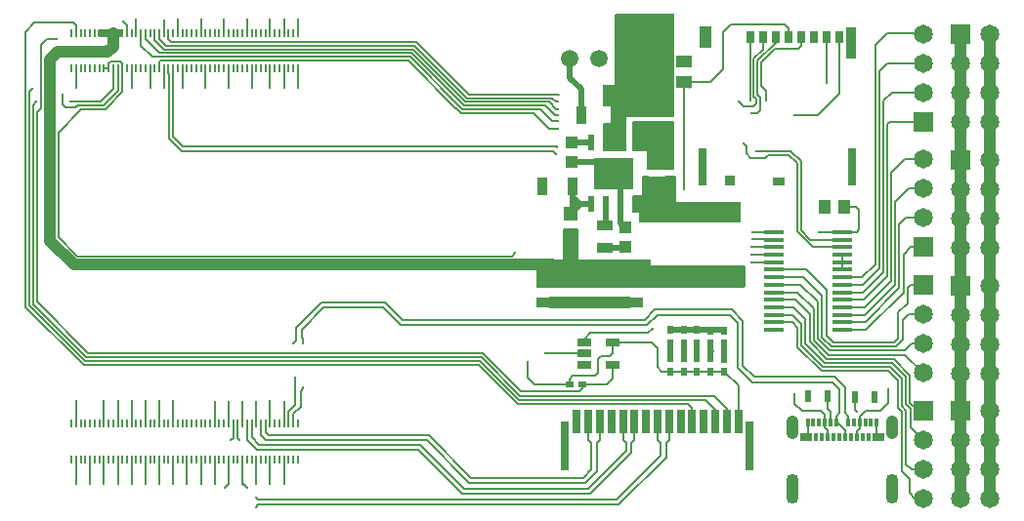
<source format=gbr>
%TF.GenerationSoftware,KiCad,Pcbnew,8.0.2*%
%TF.CreationDate,2024-10-21T09:55:00-04:00*%
%TF.ProjectId,Pi_Board,50695f42-6f61-4726-942e-6b696361645f,rev?*%
%TF.SameCoordinates,Original*%
%TF.FileFunction,Copper,L1,Top*%
%TF.FilePolarity,Positive*%
%FSLAX46Y46*%
G04 Gerber Fmt 4.6, Leading zero omitted, Abs format (unit mm)*
G04 Created by KiCad (PCBNEW 8.0.2) date 2024-10-21 09:55:00*
%MOMM*%
%LPD*%
G01*
G04 APERTURE LIST*
%TA.AperFunction,ComponentPad*%
%ADD10R,1.651000X1.651000*%
%TD*%
%TA.AperFunction,ComponentPad*%
%ADD11C,1.651000*%
%TD*%
%TA.AperFunction,SMDPad,CuDef*%
%ADD12R,7.493000X1.790700*%
%TD*%
%TA.AperFunction,SMDPad,CuDef*%
%ADD13R,0.508000X0.660400*%
%TD*%
%TA.AperFunction,SMDPad,CuDef*%
%ADD14R,1.016000X1.193800*%
%TD*%
%TA.AperFunction,SMDPad,CuDef*%
%ADD15R,1.778000X0.355600*%
%TD*%
%TA.AperFunction,SMDPad,CuDef*%
%ADD16R,0.558800X1.447800*%
%TD*%
%TA.AperFunction,SMDPad,CuDef*%
%ADD17R,3.352800X2.717800*%
%TD*%
%TA.AperFunction,SMDPad,CuDef*%
%ADD18R,0.553200X1.000000*%
%TD*%
%TA.AperFunction,SMDPad,CuDef*%
%ADD19R,1.397000X0.914400*%
%TD*%
%TA.AperFunction,SMDPad,CuDef*%
%ADD20R,0.914400X1.549400*%
%TD*%
%TA.AperFunction,SMDPad,CuDef*%
%ADD21R,1.250000X0.650000*%
%TD*%
%TA.AperFunction,SMDPad,CuDef*%
%ADD22R,2.720000X0.960000*%
%TD*%
%TA.AperFunction,SMDPad,CuDef*%
%ADD23R,1.244600X1.219200*%
%TD*%
%TA.AperFunction,SMDPad,CuDef*%
%ADD24R,1.380000X0.960000*%
%TD*%
%TA.AperFunction,SMDPad,CuDef*%
%ADD25R,0.855600X1.600000*%
%TD*%
%TA.AperFunction,SMDPad,CuDef*%
%ADD26R,0.298000X0.700000*%
%TD*%
%TA.AperFunction,SMDPad,CuDef*%
%ADD27R,0.998000X0.700000*%
%TD*%
%TA.AperFunction,ComponentPad*%
%ADD28O,1.036000X2.100000*%
%TD*%
%TA.AperFunction,ComponentPad*%
%ADD29O,1.100000X2.600000*%
%TD*%
%TA.AperFunction,SMDPad,CuDef*%
%ADD30R,1.000000X1.100000*%
%TD*%
%TA.AperFunction,SMDPad,CuDef*%
%ADD31R,1.397000X1.066800*%
%TD*%
%TA.AperFunction,SMDPad,CuDef*%
%ADD32R,0.200000X0.700000*%
%TD*%
%TA.AperFunction,ComponentPad*%
%ADD33R,1.508000X1.508000*%
%TD*%
%TA.AperFunction,ComponentPad*%
%ADD34C,1.508000*%
%TD*%
%TA.AperFunction,SMDPad,CuDef*%
%ADD35R,0.660400X0.508000*%
%TD*%
%TA.AperFunction,SMDPad,CuDef*%
%ADD36R,0.660400X2.108200*%
%TD*%
%TA.AperFunction,SMDPad,CuDef*%
%ADD37R,0.762000X4.292600*%
%TD*%
%TA.AperFunction,SMDPad,CuDef*%
%ADD38R,0.700000X1.100000*%
%TD*%
%TA.AperFunction,SMDPad,CuDef*%
%ADD39R,0.900000X0.930000*%
%TD*%
%TA.AperFunction,SMDPad,CuDef*%
%ADD40R,1.050000X0.780000*%
%TD*%
%TA.AperFunction,SMDPad,CuDef*%
%ADD41R,0.700000X3.330000*%
%TD*%
%TA.AperFunction,SMDPad,CuDef*%
%ADD42R,1.140000X1.830000*%
%TD*%
%TA.AperFunction,SMDPad,CuDef*%
%ADD43R,0.860000X2.800000*%
%TD*%
%TA.AperFunction,ViaPad*%
%ADD44C,0.300000*%
%TD*%
%TA.AperFunction,Conductor*%
%ADD45C,0.500000*%
%TD*%
%TA.AperFunction,Conductor*%
%ADD46C,1.000000*%
%TD*%
%TA.AperFunction,Conductor*%
%ADD47C,0.210000*%
%TD*%
%TA.AperFunction,Conductor*%
%ADD48C,0.180000*%
%TD*%
%TA.AperFunction,Conductor*%
%ADD49C,0.200000*%
%TD*%
G04 APERTURE END LIST*
D10*
%TO.P,J12,1,1*%
%TO.N,/S12*%
X202150000Y-62770000D03*
D11*
%TO.P,J12,2,2*%
%TO.N,/S13*%
X202150000Y-60230000D03*
%TO.P,J12,3,3*%
%TO.N,/S14*%
X202150000Y-57690000D03*
%TO.P,J12,4,4*%
%TO.N,/S15*%
X202150000Y-55150000D03*
%TD*%
D12*
%TO.P,L2,1,1*%
%TO.N,/5V*%
X182573300Y-76225350D03*
%TO.P,L2,2,2*%
%TO.N,Net-(U5-SW)*%
X182573300Y-70624650D03*
%TD*%
D13*
%TO.P,R15,1*%
%TO.N,/GND*%
X184898300Y-80891200D03*
%TO.P,R15,2*%
%TO.N,/A4*%
X184898300Y-82008800D03*
%TD*%
D14*
%TO.P,C12,1*%
%TO.N,/3.3V*%
X195300900Y-70200000D03*
%TO.P,C12,2*%
%TO.N,/GND*%
X193599100Y-70200000D03*
%TD*%
D13*
%TO.P,R21,1*%
%TO.N,/GND*%
X183723301Y-80882399D03*
%TO.P,R21,2*%
%TO.N,/A3*%
X183723301Y-81999999D03*
%TD*%
D15*
%TO.P,U2,1,A0*%
%TO.N,/A0*%
X189226500Y-72375000D03*
%TO.P,U2,2,A1*%
%TO.N,/A1*%
X189226500Y-73025001D03*
%TO.P,U2,3,A2*%
%TO.N,/A2*%
X189226500Y-73675000D03*
%TO.P,U2,4,A3*%
%TO.N,/A3*%
X189226500Y-74325001D03*
%TO.P,U2,5,A4*%
%TO.N,/A4*%
X189226500Y-74974999D03*
%TO.P,U2,6,LED0*%
%TO.N,/S0*%
X189226500Y-75625001D03*
%TO.P,U2,7,LED1*%
%TO.N,/S1*%
X189226500Y-76274999D03*
%TO.P,U2,8,LED2*%
%TO.N,/S2*%
X189226500Y-76924998D03*
%TO.P,U2,9,LED3*%
%TO.N,/S3*%
X189226500Y-77574999D03*
%TO.P,U2,10,LED4*%
%TO.N,/S4*%
X189226500Y-78224998D03*
%TO.P,U2,11,LED5*%
%TO.N,/S5*%
X189226500Y-78874999D03*
%TO.P,U2,12,LED6*%
%TO.N,/S6*%
X189226500Y-79524998D03*
%TO.P,U2,13,LED7*%
%TO.N,/S7*%
X189226500Y-80174999D03*
%TO.P,U2,14,VSS*%
%TO.N,/GND*%
X189226500Y-80824998D03*
%TO.P,U2,15,LED8*%
%TO.N,/S8*%
X195170100Y-80825000D03*
%TO.P,U2,16,LED9*%
%TO.N,/S9*%
X195170100Y-80174999D03*
%TO.P,U2,17,LED10*%
%TO.N,/S10*%
X195170100Y-79525000D03*
%TO.P,U2,18,LED11*%
%TO.N,/S11*%
X195170100Y-78874999D03*
%TO.P,U2,19,LED12*%
%TO.N,/S12*%
X195170100Y-78225001D03*
%TO.P,U2,20,LED13*%
%TO.N,/S13*%
X195170100Y-77574999D03*
%TO.P,U2,21,LED14*%
%TO.N,/S14*%
X195170100Y-76925001D03*
%TO.P,U2,22,LED15*%
%TO.N,/S15*%
X195170100Y-76274999D03*
%TO.P,U2,23,\u002AOE*%
%TO.N,/GND*%
X195170100Y-75625001D03*
%TO.P,U2,24,A5*%
X195170100Y-74974999D03*
%TO.P,U2,25,EXTCLK*%
X195170100Y-74325001D03*
%TO.P,U2,26,SCL*%
%TO.N,/PI_SCL*%
X195170100Y-73675000D03*
%TO.P,U2,27,SDA*%
%TO.N,/PI_SDA*%
X195170100Y-73025001D03*
%TO.P,U2,28,VDD*%
%TO.N,/3.3V*%
X195170100Y-72375000D03*
%TD*%
D13*
%TO.P,R13,1*%
%TO.N,/A1*%
X181373300Y-83316199D03*
%TO.P,R13,2*%
%TO.N,/3.3V*%
X181373300Y-84433799D03*
%TD*%
D16*
%TO.P,U5,1,BST*%
%TO.N,Net-(U5-BST)*%
X177218300Y-64575000D03*
%TO.P,U5,2,VIN*%
%TO.N,/12V*%
X175948300Y-64575000D03*
%TO.P,U5,3,EN*%
X174678300Y-64575000D03*
%TO.P,U5,4,SS*%
%TO.N,Net-(U5-SS)*%
X173408300Y-64575000D03*
%TO.P,U5,5,FB*%
%TO.N,/FB*%
X173408300Y-69934400D03*
%TO.P,U5,6,COMP*%
%TO.N,Net-(U5-COMP)*%
X174678300Y-69934400D03*
%TO.P,U5,7,GND*%
%TO.N,/GND*%
X175948300Y-69934400D03*
%TO.P,U5,8,SW*%
%TO.N,Net-(U5-SW)*%
X177218300Y-69934400D03*
D17*
%TO.P,U5,EPAD,GND*%
%TO.N,/GND*%
X175313300Y-67254700D03*
%TD*%
D18*
%TO.P,R6,1*%
%TO.N,/GND*%
X197900000Y-86650000D03*
%TO.P,R6,2*%
%TO.N,Net-(J7-CC2)*%
X196246800Y-86650000D03*
%TD*%
D13*
%TO.P,R17,1*%
%TO.N,/A2*%
X182548301Y-83316199D03*
%TO.P,R17,2*%
%TO.N,/3.3V*%
X182548301Y-84433799D03*
%TD*%
D19*
%TO.P,C5,1*%
%TO.N,Net-(U5-BST)*%
X179070000Y-66425699D03*
%TO.P,C5,2*%
%TO.N,Net-(U5-SW)*%
X179070000Y-68016099D03*
%TD*%
D10*
%TO.P,J8,1,1*%
%TO.N,/5V*%
X205385000Y-76995000D03*
D11*
%TO.P,J8,2,2*%
%TO.N,/GND*%
X207925000Y-76995000D03*
%TO.P,J8,3,3*%
%TO.N,/5V*%
X205385000Y-79535000D03*
%TO.P,J8,4,4*%
%TO.N,/GND*%
X207925000Y-79535000D03*
%TO.P,J8,5,5*%
%TO.N,/5V*%
X205385000Y-82075000D03*
%TO.P,J8,6,6*%
%TO.N,/GND*%
X207925000Y-82075000D03*
%TO.P,J8,7,7*%
%TO.N,/5V*%
X205385000Y-84615000D03*
%TO.P,J8,8,8*%
%TO.N,/GND*%
X207925000Y-84615000D03*
%TD*%
D13*
%TO.P,R16,1*%
%TO.N,/GND*%
X181373301Y-80866199D03*
%TO.P,R16,2*%
%TO.N,/A1*%
X181373301Y-81983799D03*
%TD*%
%TO.P,R18,1*%
%TO.N,/A3*%
X183723300Y-83316199D03*
%TO.P,R18,2*%
%TO.N,/3.3V*%
X183723300Y-84433799D03*
%TD*%
D20*
%TO.P,R12,1*%
%TO.N,/FB*%
X171745000Y-68420900D03*
%TO.P,R12,2*%
%TO.N,/GND*%
X169154200Y-68420900D03*
%TD*%
D18*
%TO.P,R2,1*%
%TO.N,Net-(J7-CC1)*%
X193853200Y-86600000D03*
%TO.P,R2,2*%
%TO.N,/GND*%
X192200000Y-86600000D03*
%TD*%
D10*
%TO.P,J10,1,1*%
%TO.N,/S4*%
X202125000Y-87850000D03*
D11*
%TO.P,J10,2,2*%
%TO.N,/S5*%
X202125000Y-90390000D03*
%TO.P,J10,3,3*%
%TO.N,/S6*%
X202125000Y-92930000D03*
%TO.P,J10,4,4*%
%TO.N,/S7*%
X202125000Y-95470000D03*
%TD*%
D13*
%TO.P,R14,1*%
%TO.N,/A0*%
X180198300Y-83316199D03*
%TO.P,R14,2*%
%TO.N,/3.3V*%
X180198300Y-84433799D03*
%TD*%
D21*
%TO.P,IC1,1,VOUT*%
%TO.N,/SD_PWR*%
X172750000Y-81960000D03*
%TO.P,IC1,2,GND*%
%TO.N,/GND*%
X172750000Y-82900000D03*
%TO.P,IC1,3,~{FLG}*%
%TO.N,unconnected-(IC1-~{FLG}-Pad3)*%
X172750000Y-83840000D03*
%TO.P,IC1,4,EN/~{EN}*%
%TO.N,/SD_PWR_ON*%
X175250000Y-83840000D03*
%TO.P,IC1,5,VIN*%
%TO.N,/3.3V*%
X175250000Y-81960000D03*
%TD*%
D22*
%TO.P,C11,1*%
%TO.N,/GND*%
X176545000Y-78445900D03*
%TO.P,C11,2*%
%TO.N,/5V*%
X176545000Y-75195900D03*
%TD*%
D23*
%TO.P,R4,1*%
%TO.N,/5V*%
X171595000Y-72673401D03*
%TO.P,R4,2*%
%TO.N,/FB*%
X171595000Y-70768401D03*
%TD*%
D10*
%TO.P,J3,1,1*%
%TO.N,/5V*%
X205385000Y-55150000D03*
D11*
%TO.P,J3,2,2*%
%TO.N,/GND*%
X207925000Y-55150000D03*
%TO.P,J3,3,3*%
%TO.N,/5V*%
X205385000Y-57690000D03*
%TO.P,J3,4,4*%
%TO.N,/GND*%
X207925000Y-57690000D03*
%TO.P,J3,5,5*%
%TO.N,/5V*%
X205385000Y-60230000D03*
%TO.P,J3,6,6*%
%TO.N,/GND*%
X207925000Y-60230000D03*
%TO.P,J3,7,7*%
%TO.N,/5V*%
X205385000Y-62770000D03*
%TO.P,J3,8,8*%
%TO.N,/GND*%
X207925000Y-62770000D03*
%TD*%
D24*
%TO.P,R3,1*%
%TO.N,Net-(C6-Pad1)*%
X174520000Y-73698900D03*
%TO.P,R3,2*%
%TO.N,Net-(U5-COMP)*%
X174520000Y-71742900D03*
%TD*%
D25*
%TO.P,C3,1*%
%TO.N,/12V*%
X175570001Y-62170900D03*
%TO.P,C3,2*%
%TO.N,/GND*%
X172514399Y-62170900D03*
%TD*%
D26*
%TO.P,J7,A1,GND_A1*%
%TO.N,/GND*%
X192125000Y-88860000D03*
%TO.P,J7,A2,TX1+*%
%TO.N,unconnected-(J7-TX1+-PadA2)*%
X192625000Y-88860000D03*
%TO.P,J7,A3,TX1-*%
%TO.N,unconnected-(J7-TX1--PadA3)*%
X193125000Y-88860000D03*
%TO.P,J7,A4,VBUS_A4*%
%TO.N,Net-(J7-VBUS_A4)*%
X193625000Y-88860000D03*
%TO.P,J7,A5,CC1*%
%TO.N,Net-(J7-CC1)*%
X194125000Y-88860000D03*
%TO.P,J7,A6,D1+*%
%TO.N,/USB_P*%
X194625000Y-88860000D03*
%TO.P,J7,A7,D1-*%
%TO.N,/USB_N*%
X195625000Y-88860000D03*
%TO.P,J7,A8,SBU1*%
%TO.N,unconnected-(J7-SBU1-PadA8)*%
X196125000Y-88860000D03*
%TO.P,J7,A9,VBUS_A9*%
%TO.N,Net-(J7-VBUS_A4)*%
X196625000Y-88860000D03*
%TO.P,J7,A10,RX2-*%
%TO.N,unconnected-(J7-RX2--PadA10)*%
X197125000Y-88860000D03*
%TO.P,J7,A11,RX2+*%
%TO.N,unconnected-(J7-RX2+-PadA11)*%
X197625000Y-88860000D03*
%TO.P,J7,A12,GND_A12*%
%TO.N,/GND*%
X198125000Y-88860000D03*
D27*
%TO.P,J7,B1,GND_B1*%
X198225000Y-90160000D03*
D26*
%TO.P,J7,B2,TX2+*%
%TO.N,unconnected-(J7-TX2+-PadB2)*%
X197375000Y-90160000D03*
%TO.P,J7,B3,TX2-*%
%TO.N,unconnected-(J7-TX2--PadB3)*%
X196875000Y-90160000D03*
%TO.P,J7,B4,VBUS_B4*%
%TO.N,Net-(J7-VBUS_A4)*%
X196375000Y-90160000D03*
%TO.P,J7,B5,CC2*%
%TO.N,Net-(J7-CC2)*%
X195875000Y-90160000D03*
%TO.P,J7,B6,D2+*%
%TO.N,/USB_P*%
X195375000Y-90160000D03*
%TO.P,J7,B7,D2-*%
%TO.N,/USB_N*%
X194875000Y-90160000D03*
%TO.P,J7,B8,SBU2*%
%TO.N,unconnected-(J7-SBU2-PadB8)*%
X194375000Y-90160000D03*
%TO.P,J7,B9,VBUS_B9*%
%TO.N,Net-(J7-VBUS_A4)*%
X193875000Y-90160000D03*
%TO.P,J7,B10,RX1-*%
%TO.N,unconnected-(J7-RX1--PadB10)*%
X193375000Y-90160000D03*
%TO.P,J7,B11,RX1+*%
%TO.N,unconnected-(J7-RX1+-PadB11)*%
X192875000Y-90160000D03*
D27*
%TO.P,J7,B12,GND_B12*%
%TO.N,/GND*%
X192025000Y-90160000D03*
D28*
%TO.P,J7,SH1,SHIELD3*%
X190805000Y-89270000D03*
%TO.P,J7,SH2,SHIELD4*%
X199445000Y-89270000D03*
D29*
%TO.P,J7,SH3,SHIELD1*%
X190805000Y-94630000D03*
%TO.P,J7,SH4,SHIELD2*%
X199445000Y-94630000D03*
%TD*%
D30*
%TO.P,C4,1*%
%TO.N,Net-(U5-SS)*%
X171695000Y-64595899D03*
%TO.P,C4,2*%
%TO.N,/GND*%
X171695000Y-66295899D03*
%TD*%
D13*
%TO.P,R22,1*%
%TO.N,/GND*%
X180198300Y-80866199D03*
%TO.P,R22,2*%
%TO.N,/A0*%
X180198300Y-81983799D03*
%TD*%
D10*
%TO.P,J5,1,1*%
%TO.N,/5V*%
X205385000Y-66120000D03*
D11*
%TO.P,J5,2,2*%
%TO.N,/GND*%
X207925000Y-66120000D03*
%TO.P,J5,3,3*%
%TO.N,/5V*%
X205385000Y-68660000D03*
%TO.P,J5,4,4*%
%TO.N,/GND*%
X207925000Y-68660000D03*
%TO.P,J5,5,5*%
%TO.N,/5V*%
X205385000Y-71200000D03*
%TO.P,J5,6,6*%
%TO.N,/GND*%
X207925000Y-71200000D03*
%TO.P,J5,7,7*%
%TO.N,/5V*%
X205385000Y-73740000D03*
%TO.P,J5,8,8*%
%TO.N,/GND*%
X207925000Y-73740000D03*
%TD*%
D13*
%TO.P,R19,1*%
%TO.N,/A4*%
X184898300Y-83341199D03*
%TO.P,R19,2*%
%TO.N,/3.3V*%
X184898300Y-84458799D03*
%TD*%
D10*
%TO.P,J11,1,1*%
%TO.N,/S0*%
X202125000Y-76950000D03*
D11*
%TO.P,J11,2,2*%
%TO.N,/S1*%
X202125000Y-79490000D03*
%TO.P,J11,3,3*%
%TO.N,/S2*%
X202125000Y-82030000D03*
%TO.P,J11,4,4*%
%TO.N,/S3*%
X202125000Y-84570000D03*
%TD*%
D31*
%TO.P,C21,1*%
%TO.N,/SD_PWR*%
X181450000Y-59353400D03*
%TO.P,C21,2*%
%TO.N,/GND*%
X181450000Y-57550000D03*
%TD*%
D22*
%TO.P,C8,1*%
%TO.N,/GND*%
X169969999Y-78440899D03*
%TO.P,C8,2*%
%TO.N,/5V*%
X169969999Y-75190899D03*
%TD*%
D10*
%TO.P,J4,1,1*%
%TO.N,/S8*%
X202150000Y-73670000D03*
D11*
%TO.P,J4,2,2*%
%TO.N,/S9*%
X202150000Y-71130000D03*
%TO.P,J4,3,3*%
%TO.N,/S10*%
X202150000Y-68590000D03*
%TO.P,J4,4,4*%
%TO.N,/S11*%
X202150000Y-66050000D03*
%TD*%
D32*
%TO.P,Module1,1,GND*%
%TO.N,/GND*%
X147950000Y-55075000D03*
%TO.P,Module1,2,GND*%
X147950000Y-58155000D03*
%TO.P,Module1,3,Ethernet_Pair3_P*%
%TO.N,unconnected-(Module1A-Ethernet_Pair3_P-Pad3)*%
X147550000Y-55075000D03*
%TO.P,Module1,4,Ethernet_Pair1_P*%
%TO.N,unconnected-(Module1A-Ethernet_Pair1_P-Pad4)*%
X147550000Y-58155000D03*
%TO.P,Module1,5,Ethernet_Pair3_N*%
%TO.N,unconnected-(Module1A-Ethernet_Pair3_N-Pad5)*%
X147150000Y-55075000D03*
%TO.P,Module1,6,Ethernet_Pair1_N*%
%TO.N,unconnected-(Module1A-Ethernet_Pair1_N-Pad6)*%
X147150000Y-58155000D03*
%TO.P,Module1,7,GND*%
%TO.N,/GND*%
X146750000Y-55075000D03*
%TO.P,Module1,8,GND*%
X146750000Y-58155000D03*
%TO.P,Module1,9,Ethernet_Pair2_N*%
%TO.N,unconnected-(Module1A-Ethernet_Pair2_N-Pad9)*%
X146350000Y-55075000D03*
%TO.P,Module1,10,Ethernet_Pair0_N*%
%TO.N,unconnected-(Module1A-Ethernet_Pair0_N-Pad10)*%
X146350000Y-58155000D03*
%TO.P,Module1,11,Ethernet_Pair2_P*%
%TO.N,unconnected-(Module1A-Ethernet_Pair2_P-Pad11)*%
X145950000Y-55075000D03*
%TO.P,Module1,12,Ethernet_Pair0_P*%
%TO.N,unconnected-(Module1A-Ethernet_Pair0_P-Pad12)*%
X145950000Y-58155000D03*
%TO.P,Module1,13,GND*%
%TO.N,/GND*%
X145550000Y-55075000D03*
%TO.P,Module1,14,GND*%
X145550000Y-58155000D03*
%TO.P,Module1,15,Ethernet_nLED3(3.3v)*%
%TO.N,unconnected-(Module1A-Ethernet_nLED3(3.3v)-Pad15)*%
X145150000Y-55075000D03*
%TO.P,Module1,16,Ethernet_SYNC_IN(1.8v)*%
%TO.N,unconnected-(Module1A-Ethernet_SYNC_IN(1.8v)-Pad16)*%
X145150000Y-58155000D03*
%TO.P,Module1,17,Ethernet_nLED2(3.3v)*%
%TO.N,unconnected-(Module1A-Ethernet_nLED2(3.3v)-Pad17)*%
X144750000Y-55075000D03*
%TO.P,Module1,18,Ethernet_SYNC_OUT(1.8v)*%
%TO.N,unconnected-(Module1A-Ethernet_SYNC_OUT(1.8v)-Pad18)*%
X144750000Y-58155000D03*
%TO.P,Module1,19,Ethernet_nLED1(3.3v)*%
%TO.N,unconnected-(Module1A-Ethernet_nLED1(3.3v)-Pad19)*%
X144350000Y-55075000D03*
%TO.P,Module1,20,EEPROM_nWP*%
%TO.N,unconnected-(Module1A-EEPROM_nWP-Pad20)*%
X144350000Y-58155000D03*
%TO.P,Module1,21,PI_nLED_Activity*%
%TO.N,unconnected-(Module1A-PI_nLED_Activity-Pad21)*%
X143950000Y-55075000D03*
%TO.P,Module1,22,GND*%
%TO.N,/GND*%
X143950000Y-58155000D03*
%TO.P,Module1,23,GND*%
X143550000Y-55075000D03*
%TO.P,Module1,24,GPIO26*%
%TO.N,unconnected-(Module1A-GPIO26-Pad24)*%
X143550000Y-58155000D03*
%TO.P,Module1,25,GPIO21*%
%TO.N,unconnected-(Module1A-GPIO21-Pad25)*%
X143150000Y-55075000D03*
%TO.P,Module1,26,GPIO19*%
%TO.N,unconnected-(Module1A-GPIO19-Pad26)*%
X143150000Y-58155000D03*
%TO.P,Module1,27,GPIO20*%
%TO.N,unconnected-(Module1A-GPIO20-Pad27)*%
X142750000Y-55075000D03*
%TO.P,Module1,28,GPIO13*%
%TO.N,unconnected-(Module1A-GPIO13-Pad28)*%
X142750000Y-58155000D03*
%TO.P,Module1,29,GPIO16*%
%TO.N,unconnected-(Module1A-GPIO16-Pad29)*%
X142350000Y-55075000D03*
%TO.P,Module1,30,GPIO6*%
%TO.N,unconnected-(Module1A-GPIO6-Pad30)*%
X142350000Y-58155000D03*
%TO.P,Module1,31,GPIO12*%
%TO.N,unconnected-(Module1A-GPIO12-Pad31)*%
X141950000Y-55075000D03*
%TO.P,Module1,32,GND*%
%TO.N,/GND*%
X141950000Y-58155000D03*
%TO.P,Module1,33,GND*%
X141550000Y-55075000D03*
%TO.P,Module1,34,GPIO5*%
%TO.N,unconnected-(Module1A-GPIO5-Pad34)*%
X141550000Y-58155000D03*
%TO.P,Module1,35,ID_SC*%
%TO.N,unconnected-(Module1A-ID_SC-Pad35)*%
X141150000Y-55075000D03*
%TO.P,Module1,36,ID_SD*%
%TO.N,unconnected-(Module1A-ID_SD-Pad36)*%
X141150000Y-58155000D03*
%TO.P,Module1,37,GPIO7*%
%TO.N,unconnected-(Module1A-GPIO7-Pad37)*%
X140750000Y-55075000D03*
%TO.P,Module1,38,GPIO11*%
%TO.N,unconnected-(Module1A-GPIO11-Pad38)*%
X140750000Y-58155000D03*
%TO.P,Module1,39,GPIO8*%
%TO.N,unconnected-(Module1A-GPIO8-Pad39)*%
X140350000Y-55075000D03*
%TO.P,Module1,40,GPIO9*%
%TO.N,unconnected-(Module1A-GPIO9-Pad40)*%
X140350000Y-58155000D03*
%TO.P,Module1,41,GPIO25*%
%TO.N,unconnected-(Module1A-GPIO25-Pad41)*%
X139950000Y-55075000D03*
%TO.P,Module1,42,GND*%
%TO.N,/GND*%
X139950000Y-58155000D03*
%TO.P,Module1,43,GND*%
X139550000Y-55075000D03*
%TO.P,Module1,44,GPIO10*%
%TO.N,unconnected-(Module1A-GPIO10-Pad44)*%
X139550000Y-58155000D03*
%TO.P,Module1,45,GPIO24*%
%TO.N,unconnected-(Module1A-GPIO24-Pad45)*%
X139150000Y-55075000D03*
%TO.P,Module1,46,GPIO22*%
%TO.N,unconnected-(Module1A-GPIO22-Pad46)*%
X139150000Y-58155000D03*
%TO.P,Module1,47,GPIO23*%
%TO.N,unconnected-(Module1A-GPIO23-Pad47)*%
X138750000Y-55075000D03*
%TO.P,Module1,48,GPIO27*%
%TO.N,unconnected-(Module1A-GPIO27-Pad48)*%
X138750000Y-58155000D03*
%TO.P,Module1,49,GPIO18*%
%TO.N,unconnected-(Module1A-GPIO18-Pad49)*%
X138350000Y-55075000D03*
%TO.P,Module1,50,GPIO17*%
%TO.N,unconnected-(Module1A-GPIO17-Pad50)*%
X138350000Y-58155000D03*
%TO.P,Module1,51,GPIO15*%
%TO.N,unconnected-(Module1A-GPIO15-Pad51)*%
X137950000Y-55075000D03*
%TO.P,Module1,52,GND*%
%TO.N,/GND*%
X137950000Y-58155000D03*
%TO.P,Module1,53,GND*%
X137550000Y-55075000D03*
%TO.P,Module1,54,GPIO4*%
%TO.N,unconnected-(Module1A-GPIO4-Pad54)*%
X137550000Y-58155000D03*
%TO.P,Module1,55,GPIO14*%
%TO.N,unconnected-(Module1A-GPIO14-Pad55)*%
X137150000Y-55075000D03*
%TO.P,Module1,56,GPIO3*%
%TO.N,/PI_SCL*%
X137150000Y-58155000D03*
%TO.P,Module1,57,SD_CLK*%
%TO.N,/SD_CLK*%
X136750000Y-55075000D03*
%TO.P,Module1,58,GPIO2*%
%TO.N,/PI_SDA*%
X136750000Y-58155000D03*
%TO.P,Module1,59,GND*%
%TO.N,/GND*%
X136350000Y-55075000D03*
%TO.P,Module1,60,GND*%
X136350000Y-58155000D03*
%TO.P,Module1,61,SD_DAT3*%
%TO.N,/SD_DAT3*%
X135950000Y-55075000D03*
%TO.P,Module1,62,SD_CMD*%
%TO.N,/SD_CMD*%
X135950000Y-58155000D03*
%TO.P,Module1,63,SD_DAT0*%
%TO.N,/SD_DAT0*%
X135550000Y-55075000D03*
%TO.P,Module1,64,SD_DAT5*%
%TO.N,unconnected-(Module1A-SD_DAT5-Pad64)*%
X135550000Y-58155000D03*
%TO.P,Module1,65,GND*%
%TO.N,unconnected-(Module1A-GND-Pad65)*%
X135150000Y-55075000D03*
%TO.P,Module1,66,GND*%
%TO.N,/GND*%
X135150000Y-58155000D03*
%TO.P,Module1,67,SD_DAT1*%
%TO.N,/SD_DAT1*%
X134750000Y-55075000D03*
%TO.P,Module1,68,SD_DAT4*%
%TO.N,unconnected-(Module1A-SD_DAT4-Pad68)*%
X134750000Y-58155000D03*
%TO.P,Module1,69,SD_DAT2*%
%TO.N,/SD_DAT2*%
X134350000Y-55075000D03*
%TO.P,Module1,70,SD_DAT7*%
%TO.N,unconnected-(Module1A-SD_DAT7-Pad70)*%
X134350000Y-58155000D03*
%TO.P,Module1,71,GND*%
%TO.N,/GND*%
X133950000Y-55075000D03*
%TO.P,Module1,72,SD_DAT6*%
%TO.N,unconnected-(Module1A-SD_DAT6-Pad72)*%
X133950000Y-58155000D03*
%TO.P,Module1,73,SD_VDD_Override*%
%TO.N,unconnected-(Module1A-SD_VDD_Override-Pad73)*%
X133550000Y-55075000D03*
%TO.P,Module1,74,GND*%
%TO.N,/GND*%
X133550000Y-58155000D03*
%TO.P,Module1,75,SD_PWR_ON*%
%TO.N,/SD_PWR_ON*%
X133150000Y-55075000D03*
%TO.P,Module1,76,Reserved*%
%TO.N,unconnected-(Module1A-Reserved-Pad76)*%
X133150000Y-58155000D03*
%TO.P,Module1,77,+5v_(Input)*%
%TO.N,/5V*%
X132750000Y-55075000D03*
%TO.P,Module1,78,GPIO_VREF(1.8v/3.3v_Input)*%
%TO.N,/3.3V*%
X132750000Y-58155000D03*
%TO.P,Module1,79,+5v_(Input)*%
%TO.N,/5V*%
X132350000Y-55075000D03*
%TO.P,Module1,80,SCL0*%
%TO.N,/SCL0*%
X132350000Y-58155000D03*
%TO.P,Module1,81,+5v_(Input)*%
%TO.N,/5V*%
X131950000Y-55075000D03*
%TO.P,Module1,82,SDA0*%
%TO.N,/SDA0*%
X131950000Y-58155000D03*
%TO.P,Module1,83,+5v_(Input)*%
%TO.N,/5V*%
X131550000Y-55075000D03*
%TO.P,Module1,84,+3.3v_(Output)*%
%TO.N,/3.3V*%
X131550000Y-58155000D03*
%TO.P,Module1,85,+5v_(Input)*%
%TO.N,/5V*%
X131150000Y-55075000D03*
%TO.P,Module1,86,+3.3v_(Output)*%
%TO.N,/3.3V*%
X131150000Y-58155000D03*
%TO.P,Module1,87,+5v_(Input)*%
%TO.N,/5V*%
X130750000Y-55075000D03*
%TO.P,Module1,88,+1.8v_(Output)*%
%TO.N,unconnected-(Module1A-+1.8v_(Output)-Pad88)*%
X130750000Y-58155000D03*
%TO.P,Module1,89,WiFi_nDisable*%
%TO.N,unconnected-(Module1A-WiFi_nDisable-Pad89)*%
X130350000Y-55075000D03*
%TO.P,Module1,90,+1.8v_(Output)*%
%TO.N,unconnected-(Module1A-+1.8v_(Output)-Pad90)*%
X130350000Y-58155000D03*
%TO.P,Module1,91,BT_nDisable*%
%TO.N,unconnected-(Module1A-BT_nDisable-Pad91)*%
X129950000Y-55075000D03*
%TO.P,Module1,92,RUN_PG*%
%TO.N,unconnected-(Module1A-RUN_PG-Pad92)*%
X129950000Y-58155000D03*
%TO.P,Module1,93,nRPIBOOT*%
%TO.N,unconnected-(Module1A-nRPIBOOT-Pad93)*%
X129550000Y-55075000D03*
%TO.P,Module1,94,AnalogIP1*%
%TO.N,unconnected-(Module1A-AnalogIP1-Pad94)*%
X129550000Y-58155000D03*
%TO.P,Module1,95,nPI_LED_PWR*%
%TO.N,unconnected-(Module1A-nPI_LED_PWR-Pad95)*%
X129150000Y-55075000D03*
%TO.P,Module1,96,AnalogIP0*%
%TO.N,unconnected-(Module1A-AnalogIP0-Pad96)*%
X129150000Y-58155000D03*
%TO.P,Module1,97,Camera_GPIO*%
%TO.N,/CAM_GPIO*%
X128750000Y-55075000D03*
%TO.P,Module1,98,GND*%
%TO.N,/GND*%
X128750000Y-58155000D03*
%TO.P,Module1,99,Global_EN*%
%TO.N,unconnected-(Module1A-Global_EN-Pad99)*%
X128350000Y-55075000D03*
%TO.P,Module1,100,nEXTRST*%
%TO.N,unconnected-(Module1A-nEXTRST-Pad100)*%
X128350000Y-58155000D03*
%TO.P,Module1,101,USB_OTG_ID*%
%TO.N,unconnected-(Module1B-USB_OTG_ID-Pad101)*%
X147950000Y-88995000D03*
%TO.P,Module1,102,PCIe_CLK_nREQ*%
%TO.N,unconnected-(Module1B-PCIe_CLK_nREQ-Pad102)*%
X147950000Y-92075000D03*
%TO.P,Module1,103,USB2_N*%
%TO.N,/USB_N*%
X147550000Y-88995000D03*
%TO.P,Module1,104,Reserved*%
%TO.N,unconnected-(Module1B-Reserved-Pad104)*%
X147550000Y-92075000D03*
%TO.P,Module1,105,USB2_P*%
%TO.N,/USB_P*%
X147150000Y-88995000D03*
%TO.P,Module1,106,Reserved*%
%TO.N,unconnected-(Module1B-Reserved-Pad106)*%
X147150000Y-92075000D03*
%TO.P,Module1,107,GND*%
%TO.N,/GND*%
X146750000Y-88995000D03*
%TO.P,Module1,108,GND*%
X146750000Y-92075000D03*
%TO.P,Module1,109,PCIe_nRST*%
%TO.N,unconnected-(Module1B-PCIe_nRST-Pad109)*%
X146350000Y-88995000D03*
%TO.P,Module1,110,PCIe_CLK_P*%
%TO.N,unconnected-(Module1B-PCIe_CLK_P-Pad110)*%
X146350000Y-92075000D03*
%TO.P,Module1,111,VDAC_COMP*%
%TO.N,unconnected-(Module1B-VDAC_COMP-Pad111)*%
X145950000Y-88995000D03*
%TO.P,Module1,112,PCIe_CLK_N*%
%TO.N,unconnected-(Module1B-PCIe_CLK_N-Pad112)*%
X145950000Y-92075000D03*
%TO.P,Module1,113,GND*%
%TO.N,/GND*%
X145550000Y-88995000D03*
%TO.P,Module1,114,GND*%
X145550000Y-92075000D03*
%TO.P,Module1,115,CAM1_D0_N*%
%TO.N,/CAM1_D0_N*%
X145150000Y-88995000D03*
%TO.P,Module1,116,PCIe_RX_P*%
%TO.N,unconnected-(Module1B-PCIe_RX_P-Pad116)*%
X145150000Y-92075000D03*
%TO.P,Module1,117,CAM1_D0_P*%
%TO.N,/CAM1_D0_P*%
X144750000Y-88995000D03*
%TO.P,Module1,118,PCIe_RX_N*%
%TO.N,unconnected-(Module1B-PCIe_RX_N-Pad118)*%
X144750000Y-92075000D03*
%TO.P,Module1,119,GND*%
%TO.N,/GND*%
X144350000Y-88995000D03*
%TO.P,Module1,120,GND*%
X144350000Y-92075000D03*
%TO.P,Module1,121,CAM1_D1_N*%
%TO.N,/CAM1_D1_N*%
X143950000Y-88995000D03*
%TO.P,Module1,122,PCIe_TX_P*%
%TO.N,unconnected-(Module1B-PCIe_TX_P-Pad122)*%
X143950000Y-92075000D03*
%TO.P,Module1,123,CAM1_D1_P*%
%TO.N,/CAM1_D1_P*%
X143550000Y-88995000D03*
%TO.P,Module1,124,PCIe_TX_N*%
%TO.N,unconnected-(Module1B-PCIe_TX_N-Pad124)*%
X143550000Y-92075000D03*
%TO.P,Module1,125,GND*%
%TO.N,/GND*%
X143150000Y-88995000D03*
%TO.P,Module1,126,GND*%
X143150000Y-92075000D03*
%TO.P,Module1,127,CAM1_C_N*%
%TO.N,/CAM1_C_N*%
X142750000Y-88995000D03*
%TO.P,Module1,128,CAM0_D0_N*%
%TO.N,unconnected-(Module1B-CAM0_D0_N-Pad128)*%
X142750000Y-92075000D03*
%TO.P,Module1,129,CAM1_C_P*%
%TO.N,/CAM1_C_P*%
X142350000Y-88995000D03*
%TO.P,Module1,130,CAM0_D0_P*%
%TO.N,unconnected-(Module1B-CAM0_D0_P-Pad130)*%
X142350000Y-92075000D03*
%TO.P,Module1,131,GND*%
%TO.N,/GND*%
X141950000Y-88995000D03*
%TO.P,Module1,132,GND*%
X141950000Y-92075000D03*
%TO.P,Module1,133,CAM1_D2_N*%
%TO.N,unconnected-(Module1B-CAM1_D2_N-Pad133)*%
X141550000Y-88995000D03*
%TO.P,Module1,134,CAM0_D1_N*%
%TO.N,unconnected-(Module1B-CAM0_D1_N-Pad134)*%
X141550000Y-92075000D03*
%TO.P,Module1,135,CAM1_D2_P*%
%TO.N,unconnected-(Module1B-CAM1_D2_P-Pad135)*%
X141150000Y-88995000D03*
%TO.P,Module1,136,CAM0_D1_P*%
%TO.N,unconnected-(Module1B-CAM0_D1_P-Pad136)*%
X141150000Y-92075000D03*
%TO.P,Module1,137,GND*%
%TO.N,/GND*%
X140750000Y-88995000D03*
%TO.P,Module1,138,GND*%
X140750000Y-92075000D03*
%TO.P,Module1,139,CAM1_D3_N*%
%TO.N,unconnected-(Module1B-CAM1_D3_N-Pad139)*%
X140350000Y-88995000D03*
%TO.P,Module1,140,CAM0_C_N*%
%TO.N,unconnected-(Module1B-CAM0_C_N-Pad140)*%
X140350000Y-92075000D03*
%TO.P,Module1,141,CAM1_D3_P*%
%TO.N,unconnected-(Module1B-CAM1_D3_P-Pad141)*%
X139950000Y-88995000D03*
%TO.P,Module1,142,CAM0_C_P*%
%TO.N,unconnected-(Module1B-CAM0_C_P-Pad142)*%
X139950000Y-92075000D03*
%TO.P,Module1,143,HDMI1_HOTPLUG*%
%TO.N,unconnected-(Module1B-HDMI1_HOTPLUG-Pad143)*%
X139550000Y-88995000D03*
%TO.P,Module1,144,GND*%
%TO.N,/GND*%
X139550000Y-92075000D03*
%TO.P,Module1,145,HDMI1_SDA*%
%TO.N,unconnected-(Module1B-HDMI1_SDA-Pad145)*%
X139150000Y-88995000D03*
%TO.P,Module1,146,HDMI1_TX2_P*%
%TO.N,unconnected-(Module1B-HDMI1_TX2_P-Pad146)*%
X139150000Y-92075000D03*
%TO.P,Module1,147,HDMI1_SCL*%
%TO.N,unconnected-(Module1B-HDMI1_SCL-Pad147)*%
X138750000Y-88995000D03*
%TO.P,Module1,148,HDMI1_TX2_N*%
%TO.N,unconnected-(Module1B-HDMI1_TX2_N-Pad148)*%
X138750000Y-92075000D03*
%TO.P,Module1,149,HDMI1_CEC*%
%TO.N,unconnected-(Module1B-HDMI1_CEC-Pad149)*%
X138350000Y-88995000D03*
%TO.P,Module1,150,GND*%
%TO.N,/GND*%
X138350000Y-92075000D03*
%TO.P,Module1,151,HDMI0_CEC*%
%TO.N,unconnected-(Module1B-HDMI0_CEC-Pad151)*%
X137950000Y-88995000D03*
%TO.P,Module1,152,HDMI1_TX1_P*%
%TO.N,unconnected-(Module1B-HDMI1_TX1_P-Pad152)*%
X137950000Y-92075000D03*
%TO.P,Module1,153,HDMI0_HOTPLUG*%
%TO.N,unconnected-(Module1B-HDMI0_HOTPLUG-Pad153)*%
X137550000Y-88995000D03*
%TO.P,Module1,154,HDMI1_TX1_N*%
%TO.N,unconnected-(Module1B-HDMI1_TX1_N-Pad154)*%
X137550000Y-92075000D03*
%TO.P,Module1,155,GND*%
%TO.N,/GND*%
X137150000Y-88995000D03*
%TO.P,Module1,156,GND*%
X137150000Y-92075000D03*
%TO.P,Module1,157,DSI0_D0_N*%
%TO.N,unconnected-(Module1B-DSI0_D0_N-Pad157)*%
X136750000Y-88995000D03*
%TO.P,Module1,158,HDMI1_TX0_P*%
%TO.N,unconnected-(Module1B-HDMI1_TX0_P-Pad158)*%
X136750000Y-92075000D03*
%TO.P,Module1,159,DSI0_D0_P*%
%TO.N,unconnected-(Module1B-DSI0_D0_P-Pad159)*%
X136350000Y-88995000D03*
%TO.P,Module1,160,HDMI1_TX0_N*%
%TO.N,unconnected-(Module1B-HDMI1_TX0_N-Pad160)*%
X136350000Y-92075000D03*
%TO.P,Module1,161,GND*%
%TO.N,/GND*%
X135950000Y-88995000D03*
%TO.P,Module1,162,GND*%
X135950000Y-92075000D03*
%TO.P,Module1,163,DSI0_D1_N*%
%TO.N,unconnected-(Module1B-DSI0_D1_N-Pad163)*%
X135550000Y-88995000D03*
%TO.P,Module1,164,HDMI1_CLK_P*%
%TO.N,unconnected-(Module1B-HDMI1_CLK_P-Pad164)*%
X135550000Y-92075000D03*
%TO.P,Module1,165,DSI0_D1_P*%
%TO.N,unconnected-(Module1B-DSI0_D1_P-Pad165)*%
X135150000Y-88995000D03*
%TO.P,Module1,166,HDMI1_CLK_N*%
%TO.N,unconnected-(Module1B-HDMI1_CLK_N-Pad166)*%
X135150000Y-92075000D03*
%TO.P,Module1,167,GND*%
%TO.N,/GND*%
X134750000Y-88995000D03*
%TO.P,Module1,168,GND*%
X134750000Y-92075000D03*
%TO.P,Module1,169,DSI0_C_N*%
%TO.N,unconnected-(Module1B-DSI0_C_N-Pad169)*%
X134350000Y-88995000D03*
%TO.P,Module1,170,HDMI0_TX2_P*%
%TO.N,unconnected-(Module1B-HDMI0_TX2_P-Pad170)*%
X134350000Y-92075000D03*
%TO.P,Module1,171,DSI0_C_P*%
%TO.N,unconnected-(Module1B-DSI0_C_P-Pad171)*%
X133950000Y-88995000D03*
%TO.P,Module1,172,HDMI0_TX2_N*%
%TO.N,unconnected-(Module1B-HDMI0_TX2_N-Pad172)*%
X133950000Y-92075000D03*
%TO.P,Module1,173,GND*%
%TO.N,/GND*%
X133550000Y-88995000D03*
%TO.P,Module1,174,GND*%
X133550000Y-92075000D03*
%TO.P,Module1,175,DSI1_D0_N*%
%TO.N,unconnected-(Module1B-DSI1_D0_N-Pad175)*%
X133150000Y-88995000D03*
%TO.P,Module1,176,HDMI0_TX1_P*%
%TO.N,unconnected-(Module1B-HDMI0_TX1_P-Pad176)*%
X133150000Y-92075000D03*
%TO.P,Module1,177,DSI1_D0_P*%
%TO.N,unconnected-(Module1B-DSI1_D0_P-Pad177)*%
X132750000Y-88995000D03*
%TO.P,Module1,178,HDMI0_TX1_N*%
%TO.N,unconnected-(Module1B-HDMI0_TX1_N-Pad178)*%
X132750000Y-92075000D03*
%TO.P,Module1,179,GND*%
%TO.N,/GND*%
X132350000Y-88995000D03*
%TO.P,Module1,180,GND*%
X132350000Y-92075000D03*
%TO.P,Module1,181,DSI1_D1_N*%
%TO.N,unconnected-(Module1B-DSI1_D1_N-Pad181)*%
X131950000Y-88995000D03*
%TO.P,Module1,182,HDMI0_TX0_P*%
%TO.N,unconnected-(Module1B-HDMI0_TX0_P-Pad182)*%
X131950000Y-92075000D03*
%TO.P,Module1,183,DSI1_D1_P*%
%TO.N,unconnected-(Module1B-DSI1_D1_P-Pad183)*%
X131550000Y-88995000D03*
%TO.P,Module1,184,HDMI0_TX0_N*%
%TO.N,unconnected-(Module1B-HDMI0_TX0_N-Pad184)*%
X131550000Y-92075000D03*
%TO.P,Module1,185,GND*%
%TO.N,/GND*%
X131150000Y-88995000D03*
%TO.P,Module1,186,GND*%
X131150000Y-92075000D03*
%TO.P,Module1,187,DSI1_C_N*%
%TO.N,unconnected-(Module1B-DSI1_C_N-Pad187)*%
X130750000Y-88995000D03*
%TO.P,Module1,188,HDMI0_CLK_P*%
%TO.N,unconnected-(Module1B-HDMI0_CLK_P-Pad188)*%
X130750000Y-92075000D03*
%TO.P,Module1,189,DSI1_C_P*%
%TO.N,unconnected-(Module1B-DSI1_C_P-Pad189)*%
X130350000Y-88995000D03*
%TO.P,Module1,190,HDMI0_CLK_N*%
%TO.N,unconnected-(Module1B-HDMI0_CLK_N-Pad190)*%
X130350000Y-92075000D03*
%TO.P,Module1,191,GND*%
%TO.N,unconnected-(Module1B-GND-Pad191)*%
X129950000Y-88995000D03*
%TO.P,Module1,192,GND*%
%TO.N,/GND*%
X129950000Y-92075000D03*
%TO.P,Module1,193,DSI1_D2_N*%
%TO.N,unconnected-(Module1B-DSI1_D2_N-Pad193)*%
X129550000Y-88995000D03*
%TO.P,Module1,194,DSI1_D3_N*%
%TO.N,unconnected-(Module1B-DSI1_D3_N-Pad194)*%
X129550000Y-92075000D03*
%TO.P,Module1,195,DSI1_D2_P*%
%TO.N,unconnected-(Module1B-DSI1_D2_P-Pad195)*%
X129150000Y-88995000D03*
%TO.P,Module1,196,DSI1_D3_P*%
%TO.N,unconnected-(Module1B-DSI1_D3_P-Pad196)*%
X129150000Y-92075000D03*
%TO.P,Module1,197,GND*%
%TO.N,/GND*%
X128750000Y-88995000D03*
%TO.P,Module1,198,GND*%
X128750000Y-92075000D03*
%TO.P,Module1,199,HDMI0_SDA*%
%TO.N,unconnected-(Module1B-HDMI0_SDA-Pad199)*%
X128350000Y-88995000D03*
%TO.P,Module1,200,HDMI0_SCL*%
%TO.N,unconnected-(Module1B-HDMI0_SCL-Pad200)*%
X128350000Y-92075000D03*
%TD*%
D33*
%TO.P,J2,1,1*%
%TO.N,/12V*%
X176550000Y-57325000D03*
D34*
%TO.P,J2,2,2*%
%TO.N,unconnected-(J2-Pad2)*%
X174050000Y-57325000D03*
%TO.P,J2,3,3*%
%TO.N,/GND*%
X171550000Y-57325000D03*
%TD*%
D35*
%TO.P,R1,1*%
%TO.N,/3.3V*%
X171491200Y-85550000D03*
%TO.P,R1,2*%
%TO.N,/SD_PWR_ON*%
X172608800Y-85550000D03*
%TD*%
D36*
%TO.P,J1,1*%
%TO.N,/GND*%
X172125001Y-88784076D03*
%TO.P,J1,2*%
%TO.N,/CAM1_D0_N*%
X173124999Y-88784076D03*
%TO.P,J1,3*%
%TO.N,/CAM1_D0_P*%
X174125000Y-88784076D03*
%TO.P,J1,4*%
%TO.N,/GND*%
X175125000Y-88784076D03*
%TO.P,J1,5*%
%TO.N,/CAM1_D1_N*%
X176125001Y-88784076D03*
%TO.P,J1,6*%
%TO.N,/CAM1_D1_P*%
X177124999Y-88784076D03*
%TO.P,J1,7*%
%TO.N,/GND*%
X178124999Y-88784076D03*
%TO.P,J1,8*%
%TO.N,/CAM1_C_N*%
X179125000Y-88784076D03*
%TO.P,J1,9*%
%TO.N,/CAM1_C_P*%
X180125001Y-88784076D03*
%TO.P,J1,10*%
%TO.N,/GND*%
X181125001Y-88784076D03*
%TO.P,J1,11*%
%TO.N,/CAM_GPIO*%
X182124999Y-88784076D03*
%TO.P,J1,12*%
%TO.N,unconnected-(J1-Pad12)*%
X183125000Y-88784076D03*
%TO.P,J1,13*%
%TO.N,/SCL0*%
X184125000Y-88784076D03*
%TO.P,J1,14*%
%TO.N,/SDA0*%
X185125001Y-88784076D03*
%TO.P,J1,15*%
%TO.N,/3.3V*%
X186125001Y-88784076D03*
D37*
%TO.P,J1,16*%
%TO.N,/GND*%
X171124998Y-90884148D03*
%TO.P,J1,17*%
X187125002Y-90884148D03*
%TD*%
D38*
%TO.P,J6,1,DAT2*%
%TO.N,/SD_DAT2*%
X187145000Y-55400000D03*
%TO.P,J6,2,DAT3/CD*%
%TO.N,/SD_DAT3*%
X188245000Y-55400000D03*
%TO.P,J6,3,CMD*%
%TO.N,/SD_CMD*%
X189345000Y-55400000D03*
%TO.P,J6,4,VDD*%
%TO.N,/SD_PWR*%
X190445000Y-55400000D03*
%TO.P,J6,5,CLK*%
%TO.N,/SD_CLK*%
X191545000Y-55400000D03*
%TO.P,J6,6,VSS*%
%TO.N,/GND*%
X192645000Y-55400000D03*
%TO.P,J6,7,DAT0*%
%TO.N,/SD_DAT0*%
X193745000Y-55400000D03*
%TO.P,J6,8,DAT1*%
%TO.N,/SD_DAT1*%
X194845000Y-55400000D03*
D39*
%TO.P,J6,9,DET*%
%TO.N,unconnected-(J6-DET-Pad9)*%
X185355000Y-67865000D03*
D40*
%TO.P,J6,10,SHIELD*%
%TO.N,/GND*%
X189620000Y-67940000D03*
D41*
%TO.P,J6,11*%
%TO.N,N/C*%
X183045000Y-66665000D03*
D42*
X183265000Y-55415000D03*
D43*
X195925000Y-55900000D03*
D41*
X196005000Y-66665000D03*
%TD*%
D22*
%TO.P,C9,1*%
%TO.N,/GND*%
X173270000Y-78440899D03*
%TO.P,C9,2*%
%TO.N,/5V*%
X173270000Y-75190899D03*
%TD*%
D13*
%TO.P,R23,1*%
%TO.N,/GND*%
X182548300Y-80866199D03*
%TO.P,R23,2*%
%TO.N,/A2*%
X182548300Y-81983799D03*
%TD*%
D10*
%TO.P,J9,1,1*%
%TO.N,/5V*%
X205385000Y-87880000D03*
D11*
%TO.P,J9,2,2*%
%TO.N,/GND*%
X207925000Y-87880000D03*
%TO.P,J9,3,3*%
%TO.N,/5V*%
X205385000Y-90420000D03*
%TO.P,J9,4,4*%
%TO.N,/GND*%
X207925000Y-90420000D03*
%TO.P,J9,5,5*%
%TO.N,/5V*%
X205385000Y-92960000D03*
%TO.P,J9,6,6*%
%TO.N,/GND*%
X207925000Y-92960000D03*
%TO.P,J9,7,7*%
%TO.N,/5V*%
X205385000Y-95500000D03*
%TO.P,J9,8,8*%
%TO.N,/GND*%
X207925000Y-95500000D03*
%TD*%
D30*
%TO.P,C6,1*%
%TO.N,Net-(C6-Pad1)*%
X176295001Y-73620900D03*
%TO.P,C6,2*%
%TO.N,/GND*%
X176295001Y-71920900D03*
%TD*%
D44*
%TO.N,/5V*%
X186200000Y-77000000D03*
X186200000Y-76550000D03*
X186200000Y-76100000D03*
%TO.N,/GND*%
X176550000Y-78450000D03*
X128750000Y-94200000D03*
X171350000Y-65900000D03*
X140750000Y-94200000D03*
X171700000Y-66275000D03*
X174500000Y-66850000D03*
X173950000Y-66900000D03*
X170700000Y-78450000D03*
X175000000Y-66850000D03*
X174500000Y-68150000D03*
X133950000Y-53900000D03*
X181000000Y-57550000D03*
X181150000Y-88800000D03*
X141550000Y-53950000D03*
X129950000Y-94200000D03*
X193600000Y-70200000D03*
X174100000Y-78450000D03*
X141950000Y-59800000D03*
X172450000Y-78450000D03*
X175550000Y-68150000D03*
X137150000Y-94250000D03*
X173950000Y-66300000D03*
X197900000Y-86700000D03*
X146750000Y-53950000D03*
X144350000Y-94200000D03*
X169150000Y-68850000D03*
X192650000Y-55400000D03*
X128750000Y-87000000D03*
X176600000Y-66300000D03*
X169150000Y-68050000D03*
X173300000Y-78450000D03*
X143550000Y-94550000D03*
X140750000Y-87100000D03*
X141950000Y-87100000D03*
X174550000Y-67500000D03*
X189600000Y-67950000D03*
X137950000Y-59800000D03*
X135950000Y-87050000D03*
X187100000Y-90900000D03*
X181850000Y-57550000D03*
X143150000Y-87100000D03*
X145550000Y-59800000D03*
X171325000Y-66700000D03*
X132350000Y-87050000D03*
X175150000Y-88750000D03*
X176550000Y-68150000D03*
X139550000Y-53950000D03*
X135150000Y-59800000D03*
X175550000Y-67450000D03*
X174500000Y-66300000D03*
X178150000Y-88800000D03*
X137550000Y-53900000D03*
X138350000Y-94250000D03*
X176050000Y-66850000D03*
X175550000Y-66850000D03*
X131150000Y-94250000D03*
X184900000Y-80900000D03*
X175550000Y-66300000D03*
X145550000Y-53950000D03*
X143950000Y-59800000D03*
X131150000Y-87050000D03*
X141600000Y-94550000D03*
X146750000Y-94200000D03*
X139950000Y-59800000D03*
X132350000Y-94250000D03*
X133550000Y-94250000D03*
X195200000Y-75000000D03*
X147950000Y-53950000D03*
X176050000Y-68150000D03*
X137150000Y-87050000D03*
X144350000Y-87100000D03*
X169900000Y-78450000D03*
X189200000Y-80850000D03*
X176550000Y-67450000D03*
X146750000Y-59800000D03*
X176550000Y-66850000D03*
X175000000Y-66300000D03*
X145550000Y-87050000D03*
X133550000Y-59800000D03*
X198200000Y-90150000D03*
X171100000Y-90925000D03*
X136350000Y-59800000D03*
X176050000Y-66300000D03*
X171600000Y-78450000D03*
X174950000Y-78450000D03*
X176050000Y-67450000D03*
X172150000Y-88900000D03*
X146750000Y-87100000D03*
X173950000Y-68150000D03*
X192200000Y-86600000D03*
X169400000Y-82900000D03*
X143550000Y-53950000D03*
X136350000Y-54000000D03*
X133550000Y-87050000D03*
X175800000Y-78450000D03*
X192050000Y-90200000D03*
X145550000Y-94200000D03*
X135950000Y-94250000D03*
X134750000Y-94250000D03*
X139550000Y-94250000D03*
X134750000Y-87050000D03*
X147950000Y-59800000D03*
X128750000Y-59800000D03*
X175000000Y-67450000D03*
X173950000Y-67500000D03*
X175050000Y-68150000D03*
%TO.N,/SD_DAT2*%
X187145000Y-60900000D03*
X170450000Y-62750000D03*
%TO.N,/SD_DAT3*%
X186175000Y-61025000D03*
X170525000Y-61025000D03*
%TO.N,/SD_CMD*%
X170450000Y-63350000D03*
X187275000Y-62050000D03*
%TO.N,/SD_CLK*%
X170525000Y-60400000D03*
X188525000Y-60900000D03*
%TO.N,/SD_DAT0*%
X170525000Y-61675000D03*
X193750000Y-59375000D03*
%TO.N,/USB_N*%
X194875000Y-90175000D03*
X148400000Y-85850000D03*
X147550000Y-82050000D03*
X195600000Y-88900000D03*
%TO.N,/USB_P*%
X148400000Y-82050000D03*
X147750000Y-84950000D03*
%TO.N,/SD_DAT1*%
X191000000Y-62175000D03*
X170500000Y-62200000D03*
%TO.N,/A1*%
X181400000Y-82650000D03*
X187300000Y-73000000D03*
%TO.N,/A2*%
X187250000Y-73650000D03*
X182550000Y-82700000D03*
%TO.N,/A0*%
X187350000Y-72350000D03*
X180200000Y-82700000D03*
%TO.N,/A3*%
X187250000Y-74300000D03*
X183750000Y-82700000D03*
%TO.N,/CAM1_C_N*%
X142900000Y-90400000D03*
X144350000Y-95400000D03*
%TO.N,/CAM1_C_P*%
X142150000Y-90400000D03*
X144350000Y-96200000D03*
%TO.N,/SCL0*%
X124900000Y-59950000D03*
X127550000Y-60400000D03*
%TO.N,/SDA0*%
X128250000Y-61000000D03*
X125300000Y-61050000D03*
%TO.N,/A4*%
X187250000Y-75000000D03*
X184900000Y-82700000D03*
%TO.N,/PI_SCL*%
X170400000Y-64950000D03*
X186600000Y-64700000D03*
%TO.N,/PI_SDA*%
X170350000Y-65600000D03*
X187700000Y-65300000D03*
%TO.N,/3.3V*%
X166800000Y-74150000D03*
X193100000Y-72350000D03*
X179100000Y-83850000D03*
X167850000Y-83600000D03*
%TO.N,Net-(J7-VBUS_A4)*%
X191000000Y-86400000D03*
X199150000Y-86000000D03*
%TO.N,Net-(J7-CC2)*%
X196400000Y-87925000D03*
X195875000Y-90175000D03*
%TO.N,/SD_PWR*%
X178675000Y-80725000D03*
X181450000Y-68600000D03*
%TO.N,/SD_PWR_ON*%
X127100000Y-55600000D03*
X132800000Y-54050000D03*
%TD*%
D45*
%TO.N,Net-(U5-SS)*%
X173408300Y-64575000D02*
X171715899Y-64575000D01*
X171715899Y-64575000D02*
X171695000Y-64595899D01*
D46*
%TO.N,/5V*%
X169969999Y-75190899D02*
X128540899Y-75190899D01*
X126450000Y-73100000D02*
X126450000Y-57400000D01*
D47*
X130750000Y-55075000D02*
X131150000Y-55075000D01*
D46*
X131950000Y-56250000D02*
X131950000Y-55075000D01*
X126450000Y-57400000D02*
X127150000Y-56700000D01*
X131500000Y-56700000D02*
X131950000Y-56250000D01*
D48*
X132750000Y-55075000D02*
X131950000Y-55075000D01*
D45*
X131150000Y-55075000D02*
X131550000Y-55075000D01*
D46*
X128540899Y-75190899D02*
X126450000Y-73100000D01*
X205385000Y-55150000D02*
X205385000Y-95500000D01*
X127150000Y-56700000D02*
X131500000Y-56700000D01*
D48*
%TO.N,/GND*%
X136350000Y-58155000D02*
X136350000Y-59800000D01*
X141950000Y-87100000D02*
X141975000Y-87075000D01*
X146750000Y-94200000D02*
X146750000Y-94175000D01*
X141950000Y-88995000D02*
X141950000Y-87100000D01*
D46*
X173290899Y-78440899D02*
X173300000Y-78450000D01*
X175809101Y-78440899D02*
X176539999Y-78440899D01*
X169969999Y-78440899D02*
X169960898Y-78440899D01*
D48*
X143150000Y-94150000D02*
X143550000Y-94550000D01*
X145550000Y-55075000D02*
X145550000Y-53950000D01*
X146750000Y-55075000D02*
X146750000Y-53950000D01*
X140750000Y-88995000D02*
X140750000Y-87100000D01*
X133950000Y-55075000D02*
X133950000Y-53900000D01*
X133550000Y-94250000D02*
X133550000Y-94200000D01*
D45*
X171700000Y-66275000D02*
X174354499Y-66295899D01*
D48*
X137150000Y-88995000D02*
X137150000Y-87050000D01*
X144350000Y-92075000D02*
X144350000Y-94200000D01*
D45*
X184873299Y-80866199D02*
X184900000Y-80892900D01*
X171550000Y-58975000D02*
X172514399Y-59939399D01*
D48*
X140750000Y-92075000D02*
X140750000Y-94200000D01*
D45*
X184907100Y-80900000D02*
X184898300Y-80891200D01*
D48*
X146750000Y-58155000D02*
X146750000Y-59800000D01*
D46*
X176550000Y-78450000D02*
X176550000Y-78450900D01*
X173309101Y-78440899D02*
X174090899Y-78440899D01*
X175790899Y-78440899D02*
X175800000Y-78450000D01*
D48*
X139950000Y-58155000D02*
X139950000Y-59800000D01*
X135950000Y-92075000D02*
X135950000Y-94250000D01*
X144350000Y-94200000D02*
X144350000Y-94175000D01*
X137950000Y-58155000D02*
X137950000Y-59800000D01*
X147950000Y-58155000D02*
X147950000Y-59800000D01*
D49*
X172740999Y-82890999D02*
X172750000Y-82900000D01*
D48*
X132350000Y-92075000D02*
X132350000Y-94250000D01*
X132350000Y-94250000D02*
X132350000Y-94200000D01*
X138350000Y-92075000D02*
X138350000Y-94250000D01*
X145550000Y-58155000D02*
X145550000Y-59800000D01*
X136350000Y-54000000D02*
X136350000Y-54025000D01*
D46*
X176539999Y-78440899D02*
X176549100Y-78450000D01*
D48*
X128750000Y-92075000D02*
X128750000Y-94200000D01*
D45*
X175948300Y-69934400D02*
X175948300Y-67889700D01*
D46*
X173300000Y-78450000D02*
X173309101Y-78440899D01*
X170709101Y-78440899D02*
X171590899Y-78440899D01*
X172440899Y-78440899D02*
X172450000Y-78450000D01*
X172450000Y-78450000D02*
X172459101Y-78440899D01*
D48*
X139550000Y-53950000D02*
X139550000Y-54000000D01*
D46*
X174109101Y-78440899D02*
X174940899Y-78440899D01*
D45*
X175948300Y-71574199D02*
X176295001Y-71920900D01*
D48*
X133550000Y-92075000D02*
X133550000Y-94250000D01*
X141600000Y-94550000D02*
X141950000Y-94200000D01*
X143150000Y-88995000D02*
X143150000Y-87100000D01*
D46*
X170690899Y-78440899D02*
X170700000Y-78450000D01*
D48*
X135950000Y-88995000D02*
X135950000Y-87050000D01*
X143150000Y-92075000D02*
X143150000Y-94150000D01*
X128750000Y-87000000D02*
X128750000Y-86975000D01*
D47*
X195170100Y-74970100D02*
X195200000Y-75000000D01*
D48*
X133550000Y-58155000D02*
X133550000Y-59800000D01*
D45*
X172514399Y-59939399D02*
X172514399Y-62170900D01*
D47*
X198125000Y-90060000D02*
X198225000Y-90160000D01*
D48*
X145550000Y-92075000D02*
X145550000Y-94200000D01*
D46*
X172459101Y-78440899D02*
X173290899Y-78440899D01*
D48*
X137550000Y-55075000D02*
X137550000Y-53900000D01*
X132350000Y-87050000D02*
X132350000Y-87025000D01*
X131150000Y-94250000D02*
X131150000Y-94200000D01*
X137150000Y-92075000D02*
X137150000Y-94250000D01*
X139550000Y-92075000D02*
X139550000Y-94250000D01*
X147950000Y-55075000D02*
X147950000Y-53950000D01*
X131150000Y-88995000D02*
X131150000Y-87050000D01*
X141950000Y-58155000D02*
X141950000Y-59800000D01*
D46*
X170700000Y-78450000D02*
X170709101Y-78440899D01*
D48*
X133550000Y-88995000D02*
X133550000Y-87050000D01*
X145550000Y-94200000D02*
X145550000Y-94175000D01*
X144350000Y-88995000D02*
X144350000Y-87100000D01*
X136350000Y-55075000D02*
X136350000Y-54000000D01*
D46*
X171609101Y-78440899D02*
X172440899Y-78440899D01*
D45*
X171550000Y-57325000D02*
X171550000Y-58975000D01*
D47*
X169409001Y-82890999D02*
X169400000Y-82900000D01*
D48*
X135150000Y-58155000D02*
X135150000Y-59800000D01*
D47*
X198125000Y-88860000D02*
X198125000Y-90060000D01*
D48*
X137550000Y-53900000D02*
X137550000Y-53950000D01*
X132350000Y-88995000D02*
X132350000Y-87050000D01*
X139550000Y-55075000D02*
X139550000Y-53950000D01*
D46*
X171590899Y-78440899D02*
X171600000Y-78450000D01*
D48*
X134750000Y-92075000D02*
X134750000Y-94250000D01*
D46*
X174950000Y-78450000D02*
X174959101Y-78440899D01*
D48*
X138350000Y-94250000D02*
X138350000Y-94200000D01*
X140750000Y-87100000D02*
X140750000Y-87075000D01*
X137150000Y-87050000D02*
X137150000Y-87025000D01*
D45*
X171695000Y-66295899D02*
X171700000Y-66275000D01*
D47*
X195170100Y-75029900D02*
X195170100Y-75625001D01*
D46*
X176550000Y-78450900D02*
X176545000Y-78445900D01*
D48*
X146750000Y-53950000D02*
X146750000Y-54000000D01*
X143175000Y-94175000D02*
X143150000Y-94175000D01*
D47*
X170633904Y-82890999D02*
X169409001Y-82890999D01*
D46*
X171600000Y-78450000D02*
X171609101Y-78440899D01*
X174959101Y-78440899D02*
X175790899Y-78440899D01*
D48*
X134750000Y-94250000D02*
X134750000Y-94200000D01*
X134750000Y-88995000D02*
X134750000Y-87050000D01*
D46*
X176549100Y-78450000D02*
X176550000Y-78450000D01*
D47*
X192125000Y-90060000D02*
X192025000Y-90160000D01*
D48*
X129950000Y-92075000D02*
X129950000Y-94200000D01*
X141950000Y-94200000D02*
X141950000Y-92075000D01*
D49*
X170633904Y-82890999D02*
X172740999Y-82890999D01*
D48*
X146750000Y-87100000D02*
X146750000Y-87075000D01*
X143150000Y-87100000D02*
X143150000Y-87075000D01*
X143950000Y-58155000D02*
X143950000Y-59800000D01*
X128750000Y-88995000D02*
X128750000Y-87000000D01*
D45*
X184900000Y-80892900D02*
X184900000Y-80900000D01*
D48*
X137150000Y-94250000D02*
X137150000Y-94200000D01*
D46*
X169900000Y-78450000D02*
X169979100Y-78440899D01*
X207925000Y-55150000D02*
X207925000Y-95500000D01*
D48*
X141550000Y-53950000D02*
X141550000Y-54000000D01*
D46*
X169979100Y-78440899D02*
X170690899Y-78440899D01*
D47*
X192125000Y-88860000D02*
X192125000Y-90060000D01*
D45*
X175948300Y-67889700D02*
X175313300Y-67254700D01*
D48*
X143550000Y-94550000D02*
X143175000Y-94175000D01*
X134750000Y-87050000D02*
X134750000Y-87025000D01*
X145550000Y-53950000D02*
X145550000Y-54000000D01*
X146750000Y-88995000D02*
X146750000Y-87100000D01*
X141550000Y-55075000D02*
X141550000Y-53950000D01*
D46*
X169960898Y-78440899D02*
X169900000Y-78450000D01*
X174090899Y-78440899D02*
X174100000Y-78450000D01*
D45*
X180198300Y-80866199D02*
X184873299Y-80866199D01*
D48*
X146750000Y-92075000D02*
X146750000Y-94200000D01*
X144350000Y-87100000D02*
X144350000Y-87075000D01*
X133550000Y-87050000D02*
X133550000Y-87025000D01*
D45*
X184900000Y-80900000D02*
X184907100Y-80900000D01*
D46*
X174100000Y-78450000D02*
X174109101Y-78440899D01*
D48*
X141600000Y-94550000D02*
X141925000Y-94225000D01*
X128750000Y-58155000D02*
X128750000Y-59800000D01*
D45*
X174354499Y-66295899D02*
X175313300Y-67254700D01*
D48*
X145550000Y-88995000D02*
X145550000Y-87050000D01*
X135950000Y-94250000D02*
X135950000Y-94200000D01*
X135950000Y-87050000D02*
X135950000Y-87025000D01*
D47*
X195200000Y-75000000D02*
X195170100Y-75029900D01*
X195170100Y-74325001D02*
X195170100Y-74970100D01*
D46*
X174940899Y-78440899D02*
X174950000Y-78450000D01*
D48*
X131150000Y-92075000D02*
X131150000Y-94250000D01*
D46*
X175800000Y-78450000D02*
X175809101Y-78440899D01*
D48*
X143550000Y-55075000D02*
X143550000Y-53950000D01*
D45*
X175948300Y-69934400D02*
X175948300Y-71574199D01*
D48*
X139550000Y-94250000D02*
X139550000Y-94200000D01*
X147950000Y-53950000D02*
X147950000Y-54000000D01*
%TO.N,/SD_DAT2*%
X157669904Y-57150000D02*
X162219904Y-61700000D01*
X170025000Y-62750000D02*
X170450000Y-62750000D01*
X135325000Y-57150000D02*
X157669904Y-57150000D01*
X187145000Y-60900000D02*
X187145000Y-55400000D01*
X134350000Y-56175000D02*
X135325000Y-57150000D01*
X162219904Y-61700000D02*
X168975000Y-61700000D01*
X168975000Y-61700000D02*
X170025000Y-62750000D01*
X134350000Y-55075000D02*
X134350000Y-56175000D01*
%TO.N,/SD_DAT3*%
X187687500Y-60787500D02*
X187687500Y-61212500D01*
X136500000Y-56175000D02*
X158075000Y-56175000D01*
X187465000Y-60565000D02*
X187687500Y-60787500D01*
X162625000Y-60725000D02*
X170025000Y-60725000D01*
X170350000Y-61050000D02*
X170525000Y-61025000D01*
X187450000Y-61450000D02*
X186600000Y-61450000D01*
X186600000Y-61450000D02*
X186175000Y-61025000D01*
X188245000Y-55400000D02*
X188245000Y-56520000D01*
X188245000Y-56520000D02*
X187465000Y-57300000D01*
X135950000Y-55075000D02*
X135950000Y-55625000D01*
X170025000Y-60725000D02*
X170350000Y-61050000D01*
X170525000Y-61025000D02*
X170500000Y-61050000D01*
X135950000Y-55625000D02*
X136500000Y-56175000D01*
X158075000Y-56175000D02*
X162625000Y-60725000D01*
X187465000Y-57300000D02*
X187465000Y-60565000D01*
X187687500Y-61212500D02*
X187450000Y-61450000D01*
%TO.N,/SD_CMD*%
X189345000Y-55930000D02*
X187785000Y-57490000D01*
X187275000Y-62050000D02*
X187300000Y-62025000D01*
X187785000Y-60432452D02*
X188025000Y-60672452D01*
X188025000Y-61750000D02*
X187750000Y-62025000D01*
X162092356Y-62025000D02*
X168375000Y-62025000D01*
X187750000Y-62025000D02*
X187275000Y-62050000D01*
X188025000Y-60672452D02*
X188025000Y-61750000D01*
X170450000Y-63350000D02*
X170475000Y-63350000D01*
X157550000Y-57500000D02*
X161628822Y-61578822D01*
X135950000Y-57600000D02*
X136050000Y-57500000D01*
X189345000Y-55400000D02*
X189345000Y-55930000D01*
X169700000Y-63350000D02*
X170450000Y-63350000D01*
X168375000Y-62025000D02*
X169700000Y-63350000D01*
X161646178Y-61578822D02*
X162092356Y-62025000D01*
X161628822Y-61578822D02*
X161646178Y-61578822D01*
X187785000Y-57490000D02*
X187785000Y-60432452D01*
X136050000Y-57500000D02*
X157550000Y-57500000D01*
X135950000Y-58155000D02*
X135950000Y-57600000D01*
%TO.N,/SD_CLK*%
X162775000Y-60400000D02*
X170525000Y-60400000D01*
X189325000Y-56425000D02*
X188105000Y-57645000D01*
X191320000Y-56425000D02*
X189325000Y-56425000D01*
X188105000Y-59680000D02*
X188550000Y-60125000D01*
X136750000Y-55625000D02*
X136975000Y-55850000D01*
X158202548Y-55850000D02*
X161351274Y-58998726D01*
X161373726Y-58998726D02*
X162775000Y-60400000D01*
X161351274Y-58998726D02*
X161373726Y-58998726D01*
X191545000Y-55400000D02*
X191545000Y-56200000D01*
X191545000Y-56200000D02*
X191320000Y-56425000D01*
X170525000Y-60400000D02*
X170550000Y-60400000D01*
X188105000Y-57645000D02*
X188105000Y-59680000D01*
X136750000Y-55075000D02*
X136750000Y-55625000D01*
X188550000Y-60125000D02*
X188550000Y-60875000D01*
X136975000Y-55850000D02*
X158202548Y-55850000D01*
%TO.N,/SD_DAT0*%
X193745000Y-59380000D02*
X193745000Y-59430000D01*
X193745000Y-59370000D02*
X193750000Y-59375000D01*
X170525000Y-61675000D02*
X170500000Y-61675000D01*
X169700000Y-61050000D02*
X170325000Y-61675000D01*
X193750000Y-59375000D02*
X193745000Y-59380000D01*
X136350000Y-56500000D02*
X157925000Y-56500000D01*
X170325000Y-61675000D02*
X170525000Y-61675000D01*
X162475000Y-61050000D02*
X169700000Y-61050000D01*
X135550000Y-55700000D02*
X136350000Y-56500000D01*
X135550000Y-55075000D02*
X135550000Y-55700000D01*
X157925000Y-56500000D02*
X162475000Y-61050000D01*
X193745000Y-55400000D02*
X193745000Y-59370000D01*
D49*
%TO.N,/USB_N*%
X195350000Y-85831800D02*
X194443200Y-84925000D01*
X148200000Y-86150000D02*
X148200000Y-87518200D01*
X178006800Y-79975000D02*
X157043200Y-79975000D01*
X195625000Y-88860000D02*
X195625000Y-88334999D01*
X185543200Y-79075000D02*
X178906800Y-79075000D01*
X194443200Y-84925000D02*
X187493200Y-84925000D01*
X178906800Y-79075000D02*
X178006800Y-79975000D01*
X148400000Y-85950000D02*
X148400000Y-85850000D01*
X147575001Y-88969999D02*
X147550000Y-88995000D01*
X148200000Y-86150000D02*
X148400000Y-85950000D01*
X147575001Y-88143199D02*
X147575001Y-88969999D01*
X186525000Y-83956800D02*
X186525000Y-80056800D01*
X157043200Y-79975000D02*
X155543200Y-78475000D01*
X195625000Y-88334999D02*
X195350000Y-88059999D01*
X147825000Y-80656800D02*
X147825000Y-81775000D01*
X195350000Y-88059999D02*
X195350000Y-85831800D01*
X187493200Y-84925000D02*
X186525000Y-83956800D01*
X147825000Y-81775000D02*
X147550000Y-82050000D01*
X148200000Y-87518200D02*
X147575001Y-88143199D01*
X150006800Y-78475000D02*
X147825000Y-80656800D01*
X155543200Y-78475000D02*
X150006800Y-78475000D01*
X186525000Y-80056800D02*
X185543200Y-79075000D01*
%TO.N,/USB_P*%
X194256800Y-85375000D02*
X187306800Y-85375000D01*
X150193200Y-78925000D02*
X148275000Y-80843200D01*
X147750000Y-87331800D02*
X147124999Y-87956801D01*
X147750000Y-86156800D02*
X147750000Y-87331800D01*
X148400000Y-81625000D02*
X148275000Y-81500000D01*
X147124999Y-87956801D02*
X147124999Y-88969999D01*
X194900000Y-88059999D02*
X194900000Y-86018200D01*
X186075000Y-84143200D02*
X186075000Y-80243200D01*
X148400000Y-82050000D02*
X148400000Y-81625000D01*
X179093200Y-79525000D02*
X178193200Y-80425000D01*
X147750000Y-86156800D02*
X147750000Y-84950000D01*
X185356800Y-79525000D02*
X179093200Y-79525000D01*
X155356800Y-78925000D02*
X150193200Y-78925000D01*
X186075000Y-80243200D02*
X185356800Y-79525000D01*
X148275000Y-80843200D02*
X148275000Y-81500000D01*
D48*
X195375000Y-89525000D02*
X195375000Y-90160000D01*
D49*
X156856800Y-80425000D02*
X155356800Y-78925000D01*
X194900000Y-86018200D02*
X194256800Y-85375000D01*
D48*
X194625000Y-88860000D02*
X194710000Y-88860000D01*
D49*
X194625000Y-88334999D02*
X194900000Y-88059999D01*
D48*
X194710000Y-88860000D02*
X195375000Y-89525000D01*
D49*
X147124999Y-88969999D02*
X147150000Y-88995000D01*
X187306800Y-85375000D02*
X186075000Y-84143200D01*
X194625000Y-88860000D02*
X194625000Y-88334999D01*
X178193200Y-80425000D02*
X156856800Y-80425000D01*
D48*
%TO.N,/SD_DAT1*%
X134750000Y-55075000D02*
X134750000Y-55625000D01*
X162347452Y-61375000D02*
X169425000Y-61375000D01*
X170500000Y-62200000D02*
X170475000Y-62200000D01*
X157797452Y-56825000D02*
X162347452Y-61375000D01*
X170250000Y-62200000D02*
X170500000Y-62200000D01*
X135950000Y-56825000D02*
X157797452Y-56825000D01*
X194845000Y-55400000D02*
X194845000Y-60355000D01*
X194845000Y-60355000D02*
X193025000Y-62175000D01*
X134750000Y-55625000D02*
X135950000Y-56825000D01*
X169425000Y-61375000D02*
X170250000Y-62200000D01*
X193025000Y-62175000D02*
X191000000Y-62175000D01*
D45*
%TO.N,Net-(C6-Pad1)*%
X176217001Y-73698900D02*
X176295001Y-73620900D01*
X174520000Y-73698900D02*
X176217001Y-73698900D01*
%TO.N,/A1*%
X181373301Y-81983799D02*
X181400000Y-82650000D01*
X181400000Y-82650000D02*
X181373301Y-82626699D01*
D47*
X189201499Y-73000000D02*
X189226500Y-73025001D01*
D45*
X181373301Y-82773301D02*
X181373301Y-83316198D01*
D47*
X187300000Y-73000000D02*
X189201499Y-73000000D01*
D45*
X181373301Y-83316198D02*
X181373300Y-83316199D01*
%TO.N,/A2*%
X182548300Y-83316198D02*
X182548301Y-83316199D01*
D47*
X187250000Y-73650000D02*
X189201500Y-73650000D01*
D45*
X182548300Y-82701700D02*
X182548300Y-83316198D01*
X182548300Y-82698300D02*
X182550000Y-82700000D01*
X182548300Y-81983799D02*
X182548300Y-82698300D01*
X182550000Y-82700000D02*
X182548300Y-82701700D01*
D47*
X189201500Y-73650000D02*
X189226500Y-73675000D01*
D45*
%TO.N,/A0*%
X180198300Y-82701700D02*
X180198300Y-83316199D01*
D47*
X189201500Y-72350000D02*
X189226500Y-72375000D01*
D45*
X180198300Y-82698300D02*
X180200000Y-82700000D01*
X180198300Y-81983799D02*
X180198300Y-82698300D01*
D47*
X187350000Y-72350000D02*
X189201500Y-72350000D01*
D45*
X180200000Y-82700000D02*
X180198300Y-82701700D01*
%TO.N,Net-(U5-COMP)*%
X174678300Y-71584600D02*
X174520000Y-71742900D01*
X174678300Y-69934400D02*
X174678300Y-71584600D01*
%TO.N,/FB*%
X173408300Y-69934400D02*
X172429001Y-69934400D01*
X172222301Y-69727699D02*
X172429001Y-69934400D01*
X171745000Y-68420900D02*
X171745000Y-70000000D01*
X171745000Y-70000000D02*
X171745000Y-70618401D01*
X171745000Y-70618401D02*
X171595000Y-70768401D01*
X172429001Y-69934400D02*
X171595000Y-70768401D01*
X172222301Y-69727699D02*
X172017301Y-69727699D01*
X171745000Y-69250399D02*
X172222301Y-69727699D01*
X172017301Y-69727699D02*
X171745000Y-70000000D01*
X171745000Y-68420900D02*
X171745000Y-69250399D01*
D47*
%TO.N,/A3*%
X189201499Y-74300000D02*
X189226500Y-74325001D01*
D45*
X183750000Y-82700000D02*
X183723301Y-82726699D01*
X183723301Y-82726699D02*
X183723301Y-83316198D01*
D47*
X187250000Y-74300000D02*
X189201499Y-74300000D01*
D45*
X183723301Y-81999999D02*
X183723301Y-82673301D01*
X183723301Y-83316198D02*
X183723300Y-83316199D01*
X183723301Y-82673301D02*
X183750000Y-82700000D01*
D49*
%TO.N,/CAM1_D0_N*%
X173124999Y-90365227D02*
X173124999Y-88784076D01*
X173400000Y-90640228D02*
X173124999Y-90365227D01*
X145150000Y-88995000D02*
X145150000Y-89731800D01*
X145393200Y-89975000D02*
X159293200Y-89975000D01*
X159293200Y-89975000D02*
X162993200Y-93675000D01*
X173400000Y-92931800D02*
X173400000Y-90640228D01*
X172656800Y-93675000D02*
X173400000Y-92931800D01*
X162993200Y-93675000D02*
X172656800Y-93675000D01*
X145150000Y-89731800D02*
X145393200Y-89975000D01*
%TO.N,/CAM1_D0_P*%
X162806800Y-94125000D02*
X172843200Y-94125000D01*
X173849999Y-93118201D02*
X173849999Y-90640228D01*
X174125000Y-90365227D02*
X174125000Y-88784076D01*
X173849999Y-90640228D02*
X174125000Y-90365227D01*
X159106800Y-90425000D02*
X162806800Y-94125000D01*
X172843200Y-94125000D02*
X173849999Y-93118201D01*
X144750000Y-88995000D02*
X144750000Y-89968200D01*
X145206800Y-90425000D02*
X159106800Y-90425000D01*
X144750000Y-89968200D02*
X145206800Y-90425000D01*
%TO.N,/CAM1_D1_N*%
X176125001Y-88784076D02*
X176125001Y-90365227D01*
X143950000Y-90181800D02*
X143950000Y-88995000D01*
X158543200Y-90825000D02*
X144593200Y-90825000D01*
X144593200Y-90825000D02*
X143950000Y-90181800D01*
X176400000Y-91331800D02*
X173106800Y-94625000D01*
X162343200Y-94625000D02*
X158543200Y-90825000D01*
X176125001Y-90365227D02*
X176400000Y-90640226D01*
X173106800Y-94625000D02*
X162343200Y-94625000D01*
X176400000Y-90640226D02*
X176400000Y-91331800D01*
%TO.N,/CAM1_D1_P*%
X173293200Y-95075000D02*
X162156800Y-95075000D01*
X162156800Y-95075000D02*
X158356800Y-91275000D01*
X177124999Y-90365227D02*
X176850000Y-90640226D01*
X176850000Y-91518200D02*
X173293200Y-95075000D01*
X176850000Y-90640226D02*
X176850000Y-91518200D01*
X158356800Y-91275000D02*
X144406800Y-91275000D01*
X143550000Y-90418200D02*
X143550000Y-88995000D01*
X144406800Y-91275000D02*
X143550000Y-90418200D01*
X177124999Y-88784076D02*
X177124999Y-90365227D01*
%TO.N,/CAM1_C_N*%
X144350000Y-95400000D02*
X144450000Y-95500000D01*
X179400001Y-90640228D02*
X179125000Y-90365227D01*
X179400001Y-91731799D02*
X179400001Y-90640228D01*
X144350000Y-95400000D02*
X144525000Y-95575000D01*
D48*
X142750000Y-90250000D02*
X142900000Y-90400000D01*
D49*
X144525000Y-95575000D02*
X175556800Y-95575000D01*
D48*
X142750000Y-88995000D02*
X142750000Y-90250000D01*
D49*
X175556800Y-95575000D02*
X179400001Y-91731799D01*
X179125000Y-90365227D02*
X179125000Y-88784076D01*
%TO.N,/CAM1_C_P*%
X179850000Y-91918200D02*
X179850000Y-90640228D01*
X144350000Y-96200000D02*
X144525000Y-96025000D01*
X175743200Y-96025000D02*
X179850000Y-91918200D01*
X179850000Y-90640228D02*
X180125001Y-90365227D01*
X144350000Y-96200000D02*
X144450000Y-96100000D01*
D48*
X142350000Y-88995000D02*
X142350000Y-90200000D01*
D49*
X144525000Y-96025000D02*
X175743200Y-96025000D01*
X180125001Y-90365227D02*
X180125001Y-88784076D01*
D48*
X142350000Y-90200000D02*
X142150000Y-90400000D01*
%TO.N,/CAM_GPIO*%
X182100000Y-87600000D02*
X182100000Y-88759077D01*
X124350000Y-55000000D02*
X124350000Y-78850000D01*
X181750000Y-87250000D02*
X182100000Y-87600000D01*
X128500000Y-54200000D02*
X125150000Y-54200000D01*
X128750000Y-55075000D02*
X128750000Y-54450000D01*
X163650000Y-83900000D02*
X167000000Y-87250000D01*
X124350000Y-78850000D02*
X129400000Y-83900000D01*
X129400000Y-83900000D02*
X163650000Y-83900000D01*
X125150000Y-54200000D02*
X124350000Y-55000000D01*
X167000000Y-87250000D02*
X181750000Y-87250000D01*
X128750000Y-54450000D02*
X128500000Y-54200000D01*
X182100000Y-88759077D02*
X182124999Y-88784076D01*
%TO.N,/SCL0*%
X128700000Y-61550000D02*
X127800000Y-61550000D01*
X132350000Y-60100000D02*
X131100000Y-61350000D01*
X127800000Y-61550000D02*
X127550000Y-61300000D01*
X127550000Y-61300000D02*
X127550000Y-60400000D01*
X124670000Y-78717452D02*
X124670000Y-60180000D01*
X131100000Y-61350000D02*
X128900000Y-61350000D01*
X129502548Y-83550000D02*
X124670000Y-78717452D01*
X167102548Y-86900000D02*
X163752548Y-83550000D01*
X183250000Y-86900000D02*
X167102548Y-86900000D01*
X184125000Y-87775000D02*
X183250000Y-86900000D01*
X128900000Y-61350000D02*
X128700000Y-61550000D01*
X163752548Y-83550000D02*
X129502548Y-83550000D01*
X124670000Y-60180000D02*
X124900000Y-59950000D01*
X184125000Y-88784076D02*
X184125000Y-87775000D01*
X132350000Y-58155000D02*
X132350000Y-60100000D01*
%TO.N,/SDA0*%
X129605096Y-83200000D02*
X125000000Y-78594904D01*
X167205096Y-86550000D02*
X163855096Y-83200000D01*
X125000000Y-61350000D02*
X125300000Y-61050000D01*
X131950000Y-59950000D02*
X130900000Y-61000000D01*
X131950000Y-58155000D02*
X131950000Y-59950000D01*
X130900000Y-61000000D02*
X128250000Y-61000000D01*
X163855096Y-83200000D02*
X129605096Y-83200000D01*
X184000000Y-86550000D02*
X167205096Y-86550000D01*
X185125001Y-87675001D02*
X184000000Y-86550000D01*
X185125001Y-88784076D02*
X185125001Y-87675001D01*
X125000000Y-78594904D02*
X125000000Y-61350000D01*
D47*
%TO.N,/S8*%
X195170100Y-80825000D02*
X197175000Y-80825000D01*
X201030000Y-73670000D02*
X202150000Y-73670000D01*
X200425000Y-74275000D02*
X201030000Y-73670000D01*
X197175000Y-80825000D02*
X200425000Y-77575000D01*
X200425000Y-77575000D02*
X200425000Y-74275000D01*
%TO.N,/S9*%
X195170100Y-80174999D02*
X197125001Y-80174999D01*
X200595000Y-71130000D02*
X202150000Y-71130000D01*
X200075000Y-71650000D02*
X200595000Y-71130000D01*
X197125001Y-80174999D02*
X200075000Y-77225000D01*
X200075000Y-77225000D02*
X200075000Y-71650000D01*
%TO.N,/S10*%
X199725000Y-69750000D02*
X200885000Y-68590000D01*
X200885000Y-68590000D02*
X202150000Y-68590000D01*
X199725000Y-76900000D02*
X199725000Y-69750000D01*
X195170100Y-79525000D02*
X197100000Y-79525000D01*
X197100000Y-79525000D02*
X199725000Y-76900000D01*
%TO.N,/S11*%
X197075001Y-78874999D02*
X199375000Y-76575000D01*
X195170100Y-78874999D02*
X197075001Y-78874999D01*
X199375000Y-67225000D02*
X200550000Y-66050000D01*
X200550000Y-66050000D02*
X202150000Y-66050000D01*
X199375000Y-76575000D02*
X199375000Y-67225000D01*
D45*
%TO.N,/A4*%
X184900000Y-82700000D02*
X184898300Y-82701700D01*
X184898300Y-82008800D02*
X184898300Y-82698300D01*
D47*
X187250000Y-75000000D02*
X189201499Y-75000000D01*
D45*
X184898300Y-82701700D02*
X184898300Y-83341199D01*
X184898300Y-82698300D02*
X184900000Y-82700000D01*
D47*
X189201499Y-75000000D02*
X189226500Y-74974999D01*
D48*
%TO.N,/PI_SCL*%
X138000000Y-64950000D02*
X170400000Y-64950000D01*
X188450000Y-65900000D02*
X187150000Y-65900000D01*
X170400000Y-64950000D02*
X170400000Y-65000000D01*
X191200000Y-72302548D02*
X191200000Y-66350000D01*
X195170100Y-73675000D02*
X192572452Y-73675000D01*
X192572452Y-73675000D02*
X191200000Y-72302548D01*
X137150000Y-58155000D02*
X137150000Y-64100000D01*
X186800000Y-65550000D02*
X186800000Y-64900000D01*
X190500000Y-65650000D02*
X188700000Y-65650000D01*
X188700000Y-65650000D02*
X188450000Y-65900000D01*
X137150000Y-64100000D02*
X138000000Y-64950000D01*
X187150000Y-65900000D02*
X186800000Y-65550000D01*
X186800000Y-64900000D02*
X186600000Y-64700000D01*
X191200000Y-66350000D02*
X190500000Y-65650000D01*
%TO.N,/PI_SDA*%
X136750000Y-58155000D02*
X136750000Y-58530000D01*
X195170100Y-73025001D02*
X192375001Y-73025001D01*
X136820000Y-58600000D02*
X136820000Y-64270000D01*
X136820000Y-64270000D02*
X137900000Y-65350000D01*
X137900000Y-65350000D02*
X170100000Y-65350000D01*
X192375001Y-73025001D02*
X191550000Y-72200000D01*
X191550000Y-72200000D02*
X191550000Y-66200000D01*
X170100000Y-65350000D02*
X170350000Y-65600000D01*
X190650000Y-65300000D02*
X187700000Y-65300000D01*
X191550000Y-66200000D02*
X190650000Y-65300000D01*
X136750000Y-58530000D02*
X136820000Y-58600000D01*
D49*
%TO.N,/3.3V*%
X179100000Y-82400000D02*
X179100000Y-83850000D01*
X171491200Y-85550000D02*
X171491200Y-85108800D01*
D47*
X132550000Y-57550000D02*
X132750000Y-57750000D01*
X195170100Y-72375000D02*
X196375000Y-72375000D01*
X193125000Y-72375000D02*
X193100000Y-72350000D01*
D49*
X171491200Y-85108800D02*
X171800000Y-84800000D01*
D47*
X131550000Y-58155000D02*
X131550000Y-57700000D01*
D49*
X168450000Y-85550000D02*
X171491200Y-85550000D01*
D47*
X128849489Y-74445899D02*
X166400000Y-74445899D01*
D49*
X173950000Y-83400000D02*
X174250000Y-83100000D01*
X173950000Y-84600000D02*
X173950000Y-83400000D01*
D47*
X131150000Y-58155000D02*
X131550000Y-58155000D01*
X132750000Y-58155000D02*
X132750000Y-60200000D01*
X127200000Y-64900000D02*
X127200000Y-72796410D01*
X196375000Y-72375000D02*
X196600000Y-72150000D01*
X131550000Y-57700000D02*
X131700000Y-57550000D01*
X132750000Y-60200000D02*
X131450000Y-61500000D01*
X180198300Y-84433799D02*
X184873300Y-84433799D01*
D49*
X175000000Y-83100000D02*
X175250000Y-82850000D01*
D47*
X179100000Y-84050000D02*
X179483799Y-84433799D01*
X184898300Y-84458799D02*
X186125001Y-85685500D01*
D49*
X175250000Y-82850000D02*
X175250000Y-81960000D01*
D47*
X166504101Y-74445899D02*
X166800000Y-74150000D01*
X127200000Y-63700000D02*
X127200000Y-64900000D01*
X179100000Y-83850000D02*
X179100000Y-84050000D01*
X132750000Y-57750000D02*
X132750000Y-58155000D01*
X131250000Y-61700000D02*
X129200000Y-61700000D01*
X128776795Y-74373205D02*
X128849489Y-74445899D01*
X196350000Y-70200000D02*
X195300900Y-70200000D01*
X184873300Y-84433799D02*
X184898300Y-84458799D01*
D49*
X167850000Y-83600000D02*
X167850000Y-84950000D01*
D47*
X195170100Y-70330800D02*
X195300900Y-70200000D01*
D49*
X173750000Y-84800000D02*
X173950000Y-84600000D01*
X178660000Y-81960000D02*
X179100000Y-82400000D01*
D47*
X179483799Y-84433799D02*
X180198300Y-84433799D01*
X127200000Y-72796410D02*
X128776795Y-74373205D01*
D49*
X174250000Y-83100000D02*
X175000000Y-83100000D01*
D47*
X131700000Y-57550000D02*
X132550000Y-57550000D01*
X195170100Y-72375000D02*
X193125000Y-72375000D01*
X166400000Y-74445899D02*
X166504101Y-74445899D01*
D49*
X167850000Y-84950000D02*
X168450000Y-85550000D01*
D47*
X196600000Y-70450000D02*
X196350000Y-70200000D01*
X131450000Y-61500000D02*
X131250000Y-61700000D01*
D49*
X175250000Y-81960000D02*
X178660000Y-81960000D01*
D47*
X196600000Y-72150000D02*
X196600000Y-70450000D01*
D49*
X171800000Y-84800000D02*
X173750000Y-84800000D01*
D47*
X186125001Y-85685500D02*
X186125001Y-88784076D01*
X129200000Y-61700000D02*
X127200000Y-63700000D01*
%TO.N,Net-(J7-VBUS_A4)*%
X199150000Y-86000000D02*
X199150000Y-87150000D01*
X193550000Y-88150000D02*
X193300000Y-87900000D01*
X196625000Y-89375000D02*
X196375000Y-89625000D01*
X193300000Y-87900000D02*
X192200000Y-87900000D01*
X196625000Y-88375000D02*
X196625000Y-88860000D01*
X192200000Y-87900000D02*
X191650000Y-87900000D01*
X196625000Y-88860000D02*
X196625000Y-89375000D01*
X198450000Y-87850000D02*
X197150000Y-87850000D01*
X193625000Y-88860000D02*
X193625000Y-89275000D01*
X193625000Y-89275000D02*
X193875000Y-89525000D01*
X191000000Y-87250000D02*
X191000000Y-86400000D01*
X196375000Y-89625000D02*
X196375000Y-90160000D01*
X197150000Y-87850000D02*
X196625000Y-88375000D01*
X193625000Y-88860000D02*
X193625000Y-88225000D01*
X193875000Y-89525000D02*
X193875000Y-90160000D01*
X193625000Y-88225000D02*
X193550000Y-88150000D01*
X199150000Y-87150000D02*
X198450000Y-87850000D01*
X191650000Y-87900000D02*
X191000000Y-87250000D01*
%TO.N,Net-(J7-CC1)*%
X194125000Y-87975000D02*
X194125000Y-88860000D01*
X193853200Y-87703200D02*
X194125000Y-87975000D01*
X193853200Y-86600000D02*
X193853200Y-87703200D01*
D48*
%TO.N,Net-(J7-CC2)*%
X196246800Y-86650000D02*
X196246800Y-87771800D01*
X196246800Y-87771800D02*
X196400000Y-87925000D01*
D47*
%TO.N,/S4*%
X201700000Y-87850000D02*
X202125000Y-87850000D01*
X201000000Y-84775000D02*
X201000000Y-87150000D01*
X192300000Y-79450000D02*
X192300000Y-81889948D01*
X192300000Y-81889948D02*
X193760052Y-83350000D01*
X191074998Y-78224998D02*
X192300000Y-79450000D01*
X193760052Y-83350000D02*
X199575000Y-83350000D01*
X201000000Y-87150000D02*
X201700000Y-87850000D01*
X189226500Y-78224998D02*
X191074998Y-78224998D01*
X199575000Y-83350000D02*
X201000000Y-84775000D01*
%TO.N,/S5*%
X200650000Y-84925000D02*
X200650000Y-87300000D01*
X201025000Y-89290000D02*
X202125000Y-90390000D01*
X200650000Y-87300000D02*
X201025000Y-87675000D01*
X193615078Y-83700000D02*
X199425000Y-83700000D01*
X189226500Y-78874999D02*
X190924999Y-78874999D01*
X190924999Y-78874999D02*
X191950000Y-79900000D01*
X199425000Y-83700000D02*
X200650000Y-84925000D01*
X201025000Y-87675000D02*
X201025000Y-89290000D01*
X191950000Y-79900000D02*
X191950000Y-82034922D01*
X191950000Y-82034922D02*
X193615078Y-83700000D01*
%TO.N,/S6*%
X200300000Y-87450000D02*
X200675000Y-87825000D01*
X189226500Y-79524998D02*
X190774998Y-79524998D01*
X190774998Y-79524998D02*
X191600000Y-80350000D01*
X200300000Y-85069974D02*
X200300000Y-87450000D01*
X201130000Y-92930000D02*
X202125000Y-92930000D01*
X191600000Y-82179896D02*
X193470104Y-84050000D01*
X191600000Y-80350000D02*
X191600000Y-82179896D01*
X200675000Y-92475000D02*
X201130000Y-92930000D01*
X199280026Y-84050000D02*
X200300000Y-85069974D01*
X200675000Y-87825000D02*
X200675000Y-92475000D01*
X193470104Y-84050000D02*
X199280026Y-84050000D01*
%TO.N,/S7*%
X200950000Y-95000000D02*
X201420000Y-95470000D01*
X189226500Y-80174999D02*
X190774999Y-80174999D01*
X199135052Y-84400000D02*
X199950000Y-85214948D01*
X200950000Y-93800000D02*
X200950000Y-95000000D01*
X199950000Y-85214948D02*
X199950000Y-87600000D01*
X191250000Y-82325000D02*
X193325000Y-84400000D01*
X191250000Y-80650000D02*
X191250000Y-82325000D01*
X200275000Y-87925000D02*
X200275000Y-93125000D01*
X199950000Y-87600000D02*
X200275000Y-87925000D01*
X200275000Y-93125000D02*
X200950000Y-93800000D01*
X190774999Y-80174999D02*
X191250000Y-80650000D01*
X201420000Y-95470000D02*
X202125000Y-95470000D01*
X193325000Y-84400000D02*
X199135052Y-84400000D01*
%TO.N,/S0*%
X193775000Y-77375000D02*
X193775000Y-81375000D01*
D49*
X199619168Y-81950000D02*
X199987500Y-81581668D01*
D47*
X192025001Y-75625001D02*
X193775000Y-77375000D01*
X201050000Y-76950000D02*
X202125000Y-76950000D01*
X193775000Y-81375000D02*
X194350000Y-81950000D01*
X194350000Y-81950000D02*
X196800000Y-81950000D01*
X200775000Y-77225000D02*
X201050000Y-76950000D01*
D49*
X196800000Y-81950000D02*
X199619168Y-81950000D01*
X199987500Y-81581668D02*
X199987500Y-79337500D01*
D47*
X199987500Y-79337500D02*
X200775000Y-78550000D01*
X189226500Y-75625001D02*
X192025001Y-75625001D01*
X200775000Y-78550000D02*
X200775000Y-77225000D01*
D49*
%TO.N,/S1*%
X200350000Y-80000000D02*
X200350000Y-81700000D01*
D47*
X194200000Y-82300000D02*
X197300000Y-82300000D01*
D49*
X199750000Y-82300000D02*
X197300000Y-82300000D01*
D47*
X201000000Y-79490000D02*
X202125000Y-79490000D01*
X193375000Y-77875000D02*
X193375000Y-81475000D01*
D49*
X201000000Y-79490000D02*
X200860000Y-79490000D01*
D47*
X189226500Y-76274999D02*
X191774999Y-76274999D01*
X193375000Y-81475000D02*
X194200000Y-82300000D01*
D49*
X200860000Y-79490000D02*
X200350000Y-80000000D01*
D47*
X191774999Y-76274999D02*
X193375000Y-77875000D01*
D49*
X200350000Y-81700000D02*
X199750000Y-82300000D01*
D47*
%TO.N,/S2*%
X201170000Y-82030000D02*
X202125000Y-82030000D01*
X193000000Y-78400000D02*
X193000000Y-81600000D01*
X194050000Y-82650000D02*
X200550000Y-82650000D01*
X200550000Y-82650000D02*
X201170000Y-82030000D01*
X193000000Y-81600000D02*
X194050000Y-82650000D01*
X189226500Y-76924998D02*
X191524998Y-76924998D01*
X191524998Y-76924998D02*
X193000000Y-78400000D01*
%TO.N,/S3*%
X191224999Y-77574999D02*
X192650000Y-79000000D01*
X189226500Y-77574999D02*
X191224999Y-77574999D01*
X192650000Y-81744974D02*
X193905026Y-83000000D01*
X193905026Y-83000000D02*
X200555000Y-83000000D01*
X192650000Y-79000000D02*
X192650000Y-81744974D01*
X200555000Y-83000000D02*
X202125000Y-84570000D01*
%TO.N,/S12*%
X199025000Y-76175000D02*
X199025000Y-63000000D01*
X199250000Y-62775000D02*
X202145000Y-62775000D01*
X195170100Y-78225001D02*
X196974999Y-78225001D01*
X202145000Y-62775000D02*
X202150000Y-62770000D01*
X196974999Y-78225001D02*
X199025000Y-76175000D01*
X199025000Y-63000000D02*
X199250000Y-62775000D01*
%TO.N,/S13*%
X196925001Y-77574999D02*
X198675000Y-75825000D01*
X199420000Y-60230000D02*
X202150000Y-60230000D01*
X198675000Y-75825000D02*
X198675000Y-60975000D01*
X195170100Y-77574999D02*
X196925001Y-77574999D01*
X198675000Y-60975000D02*
X199420000Y-60230000D01*
%TO.N,/S14*%
X199010000Y-57690000D02*
X202150000Y-57690000D01*
X196874999Y-76925001D02*
X198325000Y-75475000D01*
X195170100Y-76925001D02*
X196874999Y-76925001D01*
X198325000Y-58375000D02*
X199010000Y-57690000D01*
X198325000Y-75475000D02*
X198325000Y-58375000D01*
%TO.N,/S15*%
X196850001Y-76274999D02*
X197975000Y-75150000D01*
X197975000Y-56150000D02*
X199025000Y-55100000D01*
X199025000Y-55100000D02*
X202100000Y-55100000D01*
X202100000Y-55100000D02*
X202150000Y-55150000D01*
X197975000Y-75150000D02*
X197975000Y-56150000D01*
X195170100Y-76274999D02*
X196850001Y-76274999D01*
%TO.N,/SD_PWR*%
X185450000Y-54350000D02*
X190150000Y-54350000D01*
X181900000Y-59803400D02*
X181450000Y-59353400D01*
X181450000Y-59353400D02*
X183696600Y-59353400D01*
X190150000Y-54350000D02*
X190445000Y-54645000D01*
X184800000Y-55000000D02*
X185450000Y-54350000D01*
X181450000Y-59353400D02*
X181450000Y-68600000D01*
D49*
X178675000Y-80725000D02*
X178300000Y-81100000D01*
X173300000Y-81100000D02*
X172750000Y-81650000D01*
X172750000Y-81650000D02*
X172750000Y-81960000D01*
D47*
X190445000Y-54645000D02*
X190445000Y-55400000D01*
D49*
X178300000Y-81100000D02*
X173300000Y-81100000D01*
D47*
X183696600Y-59353400D02*
X184800000Y-58250000D01*
X184800000Y-58250000D02*
X184800000Y-55000000D01*
%TO.N,/SD_PWR_ON*%
X125335000Y-61965000D02*
X125700000Y-61600000D01*
X172608800Y-85550000D02*
X172608800Y-85891200D01*
D49*
X175250000Y-85050000D02*
X175250000Y-83840000D01*
X174750000Y-85550000D02*
X175250000Y-85050000D01*
D47*
X125700000Y-56100000D02*
X126200000Y-55600000D01*
X133150000Y-54400000D02*
X133150000Y-55075000D01*
X172608800Y-85891200D02*
X172350000Y-86150000D01*
D49*
X172608800Y-85550000D02*
X174750000Y-85550000D01*
D47*
X129800000Y-82850000D02*
X125335000Y-78385000D01*
X172350000Y-86150000D02*
X167300000Y-86150000D01*
X125335000Y-78385000D02*
X125335000Y-61965000D01*
X167300000Y-86150000D02*
X164000000Y-82850000D01*
X125700000Y-61600000D02*
X125700000Y-56100000D01*
X126200000Y-55600000D02*
X127100000Y-55600000D01*
X132800000Y-54050000D02*
X133150000Y-54400000D01*
X164000000Y-82850000D02*
X129800000Y-82850000D01*
%TD*%
%TA.AperFunction,Conductor*%
%TO.N,/12V*%
G36*
X180543039Y-53419685D02*
G01*
X180588794Y-53472489D01*
X180600000Y-53524000D01*
X180600000Y-62226000D01*
X180580315Y-62293039D01*
X180527511Y-62338794D01*
X180476000Y-62350000D01*
X176400000Y-62350000D01*
X176400000Y-65226000D01*
X176380315Y-65293039D01*
X176327511Y-65338794D01*
X176276000Y-65350000D01*
X174474000Y-65350000D01*
X174406961Y-65330315D01*
X174361206Y-65277511D01*
X174350000Y-65226000D01*
X174350000Y-63044100D01*
X174369685Y-62977061D01*
X174422489Y-62931306D01*
X174474000Y-62920100D01*
X175091402Y-62920100D01*
X175091402Y-61421700D01*
X174474000Y-61421700D01*
X174406961Y-61402015D01*
X174361206Y-61349211D01*
X174350000Y-61297700D01*
X174350000Y-59674000D01*
X174369685Y-59606961D01*
X174422489Y-59561206D01*
X174474000Y-59550000D01*
X175400000Y-59550000D01*
X175400000Y-53524000D01*
X175419685Y-53456961D01*
X175472489Y-53411206D01*
X175524000Y-53400000D01*
X180476000Y-53400000D01*
X180543039Y-53419685D01*
G37*
%TD.AperFunction*%
%TD*%
%TA.AperFunction,Conductor*%
%TO.N,Net-(U5-BST)*%
G36*
X180541554Y-62769685D02*
G01*
X180587309Y-62822489D01*
X180598506Y-62875476D01*
X180551477Y-66826000D01*
X180551459Y-66827476D01*
X180530978Y-66894276D01*
X180477633Y-66939400D01*
X180427468Y-66950000D01*
X179810764Y-66950000D01*
X179755250Y-66933699D01*
X179743101Y-66933699D01*
X178396899Y-66933699D01*
X178380257Y-66933699D01*
X178355594Y-66947166D01*
X178329236Y-66950000D01*
X178324000Y-66950000D01*
X178256961Y-66930315D01*
X178211206Y-66877511D01*
X178200000Y-66826000D01*
X178200000Y-65300000D01*
X177024000Y-65300000D01*
X176956961Y-65280315D01*
X176911206Y-65227511D01*
X176900000Y-65176000D01*
X176900000Y-62874000D01*
X176919685Y-62806961D01*
X176972489Y-62761206D01*
X177024000Y-62750000D01*
X180474515Y-62750000D01*
X180541554Y-62769685D01*
G37*
%TD.AperFunction*%
%TD*%
%TA.AperFunction,Conductor*%
%TO.N,Net-(U5-SW)*%
G36*
X178354477Y-67469685D02*
G01*
X178375119Y-67486319D01*
X178396899Y-67508099D01*
X179743101Y-67508099D01*
X179764881Y-67486319D01*
X179826204Y-67452834D01*
X179852562Y-67450000D01*
X180626000Y-67450000D01*
X180693039Y-67469685D01*
X180738794Y-67522489D01*
X180750000Y-67574000D01*
X180750000Y-68100000D01*
X180750000Y-69700000D01*
X186226000Y-69700000D01*
X186293039Y-69719685D01*
X186338794Y-69772489D01*
X186350000Y-69824000D01*
X186350000Y-71376000D01*
X186330315Y-71443039D01*
X186277511Y-71488794D01*
X186226000Y-71500000D01*
X177674000Y-71500000D01*
X177606961Y-71480315D01*
X177561206Y-71427511D01*
X177550000Y-71376000D01*
X177550000Y-70700000D01*
X177024000Y-70700000D01*
X176956961Y-70680315D01*
X176911206Y-70627511D01*
X176900000Y-70576000D01*
X176900000Y-69274000D01*
X176919685Y-69206961D01*
X176972489Y-69161206D01*
X177024000Y-69150000D01*
X177750000Y-69150000D01*
X177750000Y-67574000D01*
X177769685Y-67506961D01*
X177822489Y-67461206D01*
X177874000Y-67450000D01*
X178287438Y-67450000D01*
X178354477Y-67469685D01*
G37*
%TD.AperFunction*%
%TD*%
%TA.AperFunction,Conductor*%
%TO.N,/5V*%
G36*
X172243039Y-72069685D02*
G01*
X172288794Y-72122489D01*
X172300000Y-72174000D01*
X172300000Y-74700000D01*
X178398000Y-74700000D01*
X178465039Y-74719685D01*
X178510794Y-74772489D01*
X178522000Y-74824000D01*
X178522000Y-75279200D01*
X186626000Y-75279200D01*
X186693039Y-75298885D01*
X186738794Y-75351689D01*
X186750000Y-75403200D01*
X186750000Y-77026000D01*
X186730315Y-77093039D01*
X186677511Y-77138794D01*
X186626000Y-77150000D01*
X168724000Y-77150000D01*
X168656961Y-77130315D01*
X168611206Y-77077511D01*
X168600000Y-77026000D01*
X168600000Y-74824000D01*
X168619685Y-74756961D01*
X168672489Y-74711206D01*
X168724000Y-74700000D01*
X170900000Y-74700000D01*
X170900000Y-72174000D01*
X170919685Y-72106961D01*
X170972489Y-72061206D01*
X171024000Y-72050000D01*
X172176000Y-72050000D01*
X172243039Y-72069685D01*
G37*
%TD.AperFunction*%
%TD*%
%TA.AperFunction,Conductor*%
%TO.N,/5V*%
G36*
X132693039Y-54769685D02*
G01*
X132738794Y-54822489D01*
X132750000Y-54874000D01*
X132750000Y-55276000D01*
X132730315Y-55343039D01*
X132677511Y-55388794D01*
X132626000Y-55400000D01*
X130774000Y-55400000D01*
X130706961Y-55380315D01*
X130661206Y-55327511D01*
X130650000Y-55276000D01*
X130650000Y-54874000D01*
X130669685Y-54806961D01*
X130722489Y-54761206D01*
X130774000Y-54750000D01*
X132626000Y-54750000D01*
X132693039Y-54769685D01*
G37*
%TD.AperFunction*%
%TD*%
M02*

</source>
